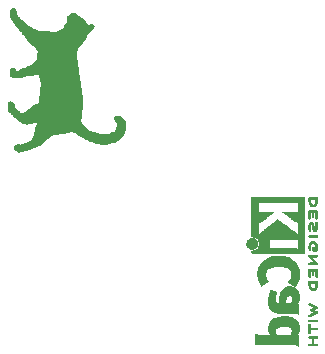
<source format=gbr>
G04 #@! TF.GenerationSoftware,KiCad,Pcbnew,5.99.0-unknown-df3fabf~86~ubuntu18.04.1*
G04 #@! TF.CreationDate,2019-10-25T19:03:16-04:00*
G04 #@! TF.ProjectId,bc28_module_board,62633238-5f6d-46f6-9475-6c655f626f61,rev?*
G04 #@! TF.SameCoordinates,Original*
G04 #@! TF.FileFunction,Legend,Bot*
G04 #@! TF.FilePolarity,Positive*
%FSLAX46Y46*%
G04 Gerber Fmt 4.6, Leading zero omitted, Abs format (unit mm)*
G04 Created by KiCad (PCBNEW 5.99.0-unknown-df3fabf~86~ubuntu18.04.1) date 2019-10-25 19:03:16*
%MOMM*%
%LPD*%
G04 APERTURE LIST*
%ADD10C,0.010000*%
G04 APERTURE END LIST*
G36*
X163943011Y-105323941D02*
G01*
X164090216Y-105323638D01*
X164254349Y-105323452D01*
X164436352Y-105323358D01*
X164637165Y-105323329D01*
X164857732Y-105323339D01*
X165098992Y-105323364D01*
X165361889Y-105323378D01*
X165404040Y-105323378D01*
X165664668Y-105323354D01*
X165903796Y-105323315D01*
X166122360Y-105323292D01*
X166321295Y-105323313D01*
X166501535Y-105323407D01*
X166664015Y-105323605D01*
X166809670Y-105323937D01*
X166939434Y-105324431D01*
X167054243Y-105325117D01*
X167155030Y-105326024D01*
X167242730Y-105327183D01*
X167318279Y-105328622D01*
X167382611Y-105330371D01*
X167436661Y-105332460D01*
X167481363Y-105334917D01*
X167517652Y-105337773D01*
X167546463Y-105341057D01*
X167568731Y-105344798D01*
X167585390Y-105349026D01*
X167597375Y-105353771D01*
X167605621Y-105359061D01*
X167611062Y-105364927D01*
X167614634Y-105371398D01*
X167617270Y-105378503D01*
X167619906Y-105386272D01*
X167623477Y-105394734D01*
X167625145Y-105399092D01*
X167627111Y-105407605D01*
X167628911Y-105420306D01*
X167630555Y-105438115D01*
X167632047Y-105461951D01*
X167633397Y-105492734D01*
X167634611Y-105531383D01*
X167635697Y-105578818D01*
X167636661Y-105635957D01*
X167637511Y-105703721D01*
X167638253Y-105783029D01*
X167638897Y-105874801D01*
X167639447Y-105979956D01*
X167639913Y-106099413D01*
X167640300Y-106234092D01*
X167640616Y-106384912D01*
X167640869Y-106552794D01*
X167641066Y-106738655D01*
X167641213Y-106943417D01*
X167641318Y-107167998D01*
X167641389Y-107413318D01*
X167641432Y-107680296D01*
X167641437Y-107718679D01*
X167641480Y-107984078D01*
X167641525Y-108227950D01*
X167641548Y-108451217D01*
X167641524Y-108654804D01*
X167641430Y-108839633D01*
X167641243Y-109006627D01*
X167640939Y-109156710D01*
X167640494Y-109290804D01*
X167639885Y-109409834D01*
X167639089Y-109514721D01*
X167638080Y-109606390D01*
X167636837Y-109685763D01*
X167635335Y-109753763D01*
X167633551Y-109811314D01*
X167631461Y-109859338D01*
X167629042Y-109898760D01*
X167626270Y-109930501D01*
X167623121Y-109955486D01*
X167619572Y-109974636D01*
X167615598Y-109988877D01*
X167611178Y-109999129D01*
X167606286Y-110006318D01*
X167600900Y-110011365D01*
X167594996Y-110015195D01*
X167588549Y-110018729D01*
X167581537Y-110022892D01*
X167579687Y-110023975D01*
X167574180Y-110026187D01*
X167565868Y-110028214D01*
X167553809Y-110030062D01*
X167537063Y-110031739D01*
X167514687Y-110033255D01*
X167485740Y-110034617D01*
X167449280Y-110035833D01*
X167404367Y-110036911D01*
X167350057Y-110037860D01*
X167285410Y-110038688D01*
X167209484Y-110039403D01*
X167121338Y-110040013D01*
X167020029Y-110040526D01*
X166904617Y-110040950D01*
X166774160Y-110041294D01*
X166627716Y-110041566D01*
X166464344Y-110041773D01*
X166283101Y-110041924D01*
X166083048Y-110042028D01*
X165863241Y-110042092D01*
X165622739Y-110042124D01*
X165360602Y-110042133D01*
X163169031Y-110042133D01*
X163130649Y-110003751D01*
X163106911Y-109976645D01*
X163095111Y-109949747D01*
X163092267Y-109913440D01*
X163092267Y-109861511D01*
X163180206Y-109861511D01*
X163230102Y-109859573D01*
X163340523Y-109840801D01*
X163441987Y-109803783D01*
X163533152Y-109750631D01*
X163612673Y-109683454D01*
X163679205Y-109604362D01*
X163731406Y-109515466D01*
X163767930Y-109418875D01*
X163787434Y-109316700D01*
X163788561Y-109212147D01*
X164604978Y-109212147D01*
X164604978Y-109657805D01*
X165781845Y-109660880D01*
X166958711Y-109663955D01*
X167017622Y-109690593D01*
X167042183Y-109702515D01*
X167072434Y-109719754D01*
X167089560Y-109732926D01*
X167097591Y-109740924D01*
X167112493Y-109748622D01*
X167113765Y-109744740D01*
X167115791Y-109721480D01*
X167117626Y-109679126D01*
X167119227Y-109619868D01*
X167120549Y-109545893D01*
X167121548Y-109459390D01*
X167122180Y-109362548D01*
X167122400Y-109257555D01*
X167122349Y-109188644D01*
X167122091Y-109090393D01*
X167121637Y-109000970D01*
X167121010Y-108922667D01*
X167120235Y-108857777D01*
X167119335Y-108808589D01*
X167118334Y-108777396D01*
X167117257Y-108766489D01*
X167114037Y-108767678D01*
X167096452Y-108777824D01*
X167070158Y-108794960D01*
X167057691Y-108803460D01*
X167043622Y-108812671D01*
X167029351Y-108820767D01*
X167013479Y-108827815D01*
X166994609Y-108833883D01*
X166971341Y-108839039D01*
X166942278Y-108843349D01*
X166906021Y-108846881D01*
X166861170Y-108849703D01*
X166806328Y-108851882D01*
X166740097Y-108853486D01*
X166661077Y-108854581D01*
X166567871Y-108855235D01*
X166459079Y-108855516D01*
X166333303Y-108855491D01*
X166189145Y-108855228D01*
X166025207Y-108854794D01*
X165840089Y-108854255D01*
X165661232Y-108853721D01*
X165502374Y-108853195D01*
X165363316Y-108852650D01*
X165242665Y-108852055D01*
X165139028Y-108851381D01*
X165051011Y-108850597D01*
X164977223Y-108849674D01*
X164916269Y-108848581D01*
X164866757Y-108847288D01*
X164827293Y-108845765D01*
X164796484Y-108843981D01*
X164772938Y-108841908D01*
X164755260Y-108839514D01*
X164742059Y-108836770D01*
X164731940Y-108833644D01*
X164723511Y-108830108D01*
X164715375Y-108826209D01*
X164678544Y-108806562D01*
X164648391Y-108787775D01*
X164646908Y-108786728D01*
X164624659Y-108772398D01*
X164611702Y-108766489D01*
X164611249Y-108767496D01*
X164609803Y-108784695D01*
X164608480Y-108821344D01*
X164607316Y-108875038D01*
X164606347Y-108943370D01*
X164605611Y-109023936D01*
X164605142Y-109114330D01*
X164604978Y-109212147D01*
X163788561Y-109212147D01*
X163788573Y-109211050D01*
X163770005Y-109104036D01*
X163730384Y-108997768D01*
X163672516Y-108900781D01*
X163597684Y-108815707D01*
X163509615Y-108746985D01*
X163410616Y-108696082D01*
X163302993Y-108664465D01*
X163189054Y-108653600D01*
X163092267Y-108653600D01*
X163092267Y-107033247D01*
X163092280Y-106822103D01*
X163092330Y-106617980D01*
X163092430Y-106434314D01*
X163092592Y-106270009D01*
X163092829Y-106123971D01*
X163093153Y-105995106D01*
X163093575Y-105882317D01*
X163094109Y-105784512D01*
X163094767Y-105700596D01*
X163095561Y-105629473D01*
X163095587Y-105627803D01*
X163701867Y-105627803D01*
X163701867Y-106687686D01*
X163764966Y-106649689D01*
X163790005Y-106635007D01*
X163817586Y-106620469D01*
X163845700Y-106608373D01*
X163876551Y-106598468D01*
X163912344Y-106590506D01*
X163955283Y-106584239D01*
X164007574Y-106579418D01*
X164071419Y-106575794D01*
X164149025Y-106573119D01*
X164242594Y-106571143D01*
X164354333Y-106569618D01*
X164486445Y-106568296D01*
X164606434Y-106567387D01*
X164723063Y-106566980D01*
X164818531Y-106567233D01*
X164892556Y-106568143D01*
X164944855Y-106569707D01*
X164975149Y-106571921D01*
X164983156Y-106574780D01*
X164979858Y-106577839D01*
X164958408Y-106595994D01*
X164921889Y-106625725D01*
X164872442Y-106665361D01*
X164812207Y-106713229D01*
X164743327Y-106767657D01*
X164667943Y-106826973D01*
X164588196Y-106889505D01*
X164506228Y-106953579D01*
X164424180Y-107017525D01*
X164344194Y-107079669D01*
X164268411Y-107138339D01*
X164198973Y-107191863D01*
X164138021Y-107238570D01*
X164087696Y-107276786D01*
X164050140Y-107304839D01*
X164027495Y-107321057D01*
X163955212Y-107366365D01*
X163875463Y-107406339D01*
X163807188Y-107427870D01*
X163749844Y-107431173D01*
X163701867Y-107425884D01*
X163702117Y-108557644D01*
X163732722Y-108518133D01*
X163740089Y-108508752D01*
X163794438Y-108445817D01*
X163862259Y-108377003D01*
X163945516Y-108300404D01*
X164046178Y-108214112D01*
X164066847Y-108196948D01*
X164116409Y-108156167D01*
X164177326Y-108106412D01*
X164247898Y-108049045D01*
X164326424Y-107985431D01*
X164411204Y-107916931D01*
X164500537Y-107844910D01*
X164592722Y-107770730D01*
X164611702Y-107755483D01*
X164686060Y-107695754D01*
X164778848Y-107621347D01*
X164869388Y-107548869D01*
X164955978Y-107479686D01*
X165036918Y-107415159D01*
X165110506Y-107356653D01*
X165175044Y-107305530D01*
X165228829Y-107263153D01*
X165270162Y-107230885D01*
X165297342Y-107210090D01*
X165308668Y-107202131D01*
X165312771Y-107203889D01*
X165333334Y-107216770D01*
X165369561Y-107241115D01*
X165419824Y-107275753D01*
X165482492Y-107319514D01*
X165555936Y-107371225D01*
X165638527Y-107429716D01*
X165728636Y-107493816D01*
X165824631Y-107562354D01*
X165924885Y-107634157D01*
X166027768Y-107708056D01*
X166131650Y-107782879D01*
X166234901Y-107857455D01*
X166335892Y-107930613D01*
X166432994Y-108001181D01*
X166524577Y-108067989D01*
X166609011Y-108129865D01*
X166684667Y-108185639D01*
X166749916Y-108234138D01*
X166803128Y-108274193D01*
X166842673Y-108304631D01*
X166868026Y-108325056D01*
X166922295Y-108371101D01*
X166978775Y-108421388D01*
X167028669Y-108468185D01*
X167122400Y-108559349D01*
X167122400Y-107404910D01*
X167046200Y-107405544D01*
X167004160Y-107404426D01*
X166968334Y-107398696D01*
X166930772Y-107386110D01*
X166882577Y-107364432D01*
X166875897Y-107361211D01*
X166826359Y-107335812D01*
X166778369Y-107309004D01*
X166741466Y-107286083D01*
X166734834Y-107281515D01*
X166703593Y-107259484D01*
X166658654Y-107227307D01*
X166602147Y-107186543D01*
X166536204Y-107138755D01*
X166462957Y-107085502D01*
X166384536Y-107028345D01*
X166303072Y-106968845D01*
X166220698Y-106908563D01*
X166139544Y-106849060D01*
X166061742Y-106791895D01*
X165989423Y-106738630D01*
X165924718Y-106690826D01*
X165869759Y-106650043D01*
X165826676Y-106617842D01*
X165797602Y-106595784D01*
X165784667Y-106585429D01*
X165780351Y-106580956D01*
X165778312Y-106576764D01*
X165780926Y-106573357D01*
X165789986Y-106570675D01*
X165807285Y-106568659D01*
X165834614Y-106567252D01*
X165873765Y-106566395D01*
X165926533Y-106566030D01*
X165994707Y-106566097D01*
X166080082Y-106566540D01*
X166184449Y-106567298D01*
X166309600Y-106568315D01*
X166354300Y-106568692D01*
X166475395Y-106569831D01*
X166576688Y-106571028D01*
X166660262Y-106572364D01*
X166728204Y-106573923D01*
X166782599Y-106575785D01*
X166825532Y-106578034D01*
X166859089Y-106580752D01*
X166885355Y-106584021D01*
X166906416Y-106587922D01*
X166924357Y-106592539D01*
X166950770Y-106600808D01*
X167012772Y-106624417D01*
X167065573Y-106650315D01*
X167102645Y-106675465D01*
X167104075Y-106676661D01*
X167108424Y-106678832D01*
X167112026Y-106676672D01*
X167114951Y-106668356D01*
X167117269Y-106652060D01*
X167119051Y-106625959D01*
X167120367Y-106588229D01*
X167121286Y-106537044D01*
X167121878Y-106470580D01*
X167122215Y-106387013D01*
X167122365Y-106284517D01*
X167122400Y-106161268D01*
X167122400Y-105629704D01*
X167064783Y-105668477D01*
X167055893Y-105674568D01*
X167041069Y-105685024D01*
X167027422Y-105694421D01*
X167013765Y-105702817D01*
X166998911Y-105710267D01*
X166981670Y-105716827D01*
X166960855Y-105722554D01*
X166935280Y-105727505D01*
X166903755Y-105731734D01*
X166865093Y-105735299D01*
X166818107Y-105738256D01*
X166761608Y-105740660D01*
X166694409Y-105742569D01*
X166615322Y-105744038D01*
X166523160Y-105745124D01*
X166416734Y-105745882D01*
X166294857Y-105746370D01*
X166156341Y-105746642D01*
X165999999Y-105746757D01*
X165824642Y-105746769D01*
X165629082Y-105746735D01*
X165412133Y-105746711D01*
X165289513Y-105746720D01*
X165084447Y-105746757D01*
X164900116Y-105746773D01*
X164735334Y-105746712D01*
X164588916Y-105746516D01*
X164459674Y-105746130D01*
X164346422Y-105745495D01*
X164247975Y-105744556D01*
X164163144Y-105743255D01*
X164090744Y-105741536D01*
X164029589Y-105739341D01*
X163978492Y-105736615D01*
X163936267Y-105733299D01*
X163901727Y-105729338D01*
X163873686Y-105724675D01*
X163850958Y-105719253D01*
X163832356Y-105713014D01*
X163816693Y-105705903D01*
X163802784Y-105697862D01*
X163789441Y-105688834D01*
X163775479Y-105678764D01*
X163759711Y-105667593D01*
X163701867Y-105627803D01*
X163095587Y-105627803D01*
X163096504Y-105570050D01*
X163097608Y-105521232D01*
X163098884Y-105481923D01*
X163100347Y-105451031D01*
X163102007Y-105427459D01*
X163103878Y-105410114D01*
X163105972Y-105397901D01*
X163108300Y-105389725D01*
X163110876Y-105384492D01*
X163114445Y-105378496D01*
X163117978Y-105371721D01*
X163121488Y-105365522D01*
X163125918Y-105359874D01*
X163132208Y-105354753D01*
X163141301Y-105350131D01*
X163154139Y-105345985D01*
X163171662Y-105342287D01*
X163194813Y-105339013D01*
X163224534Y-105336137D01*
X163261765Y-105333633D01*
X163307449Y-105331476D01*
X163362527Y-105329640D01*
X163427941Y-105328100D01*
X163504633Y-105326830D01*
X163593544Y-105325805D01*
X163695617Y-105324999D01*
X163701867Y-105324966D01*
X163811792Y-105324386D01*
X163943011Y-105323941D01*
G37*
D10*
X163943011Y-105323941D02*
X164090216Y-105323638D01*
X164254349Y-105323452D01*
X164436352Y-105323358D01*
X164637165Y-105323329D01*
X164857732Y-105323339D01*
X165098992Y-105323364D01*
X165361889Y-105323378D01*
X165404040Y-105323378D01*
X165664668Y-105323354D01*
X165903796Y-105323315D01*
X166122360Y-105323292D01*
X166321295Y-105323313D01*
X166501535Y-105323407D01*
X166664015Y-105323605D01*
X166809670Y-105323937D01*
X166939434Y-105324431D01*
X167054243Y-105325117D01*
X167155030Y-105326024D01*
X167242730Y-105327183D01*
X167318279Y-105328622D01*
X167382611Y-105330371D01*
X167436661Y-105332460D01*
X167481363Y-105334917D01*
X167517652Y-105337773D01*
X167546463Y-105341057D01*
X167568731Y-105344798D01*
X167585390Y-105349026D01*
X167597375Y-105353771D01*
X167605621Y-105359061D01*
X167611062Y-105364927D01*
X167614634Y-105371398D01*
X167617270Y-105378503D01*
X167619906Y-105386272D01*
X167623477Y-105394734D01*
X167625145Y-105399092D01*
X167627111Y-105407605D01*
X167628911Y-105420306D01*
X167630555Y-105438115D01*
X167632047Y-105461951D01*
X167633397Y-105492734D01*
X167634611Y-105531383D01*
X167635697Y-105578818D01*
X167636661Y-105635957D01*
X167637511Y-105703721D01*
X167638253Y-105783029D01*
X167638897Y-105874801D01*
X167639447Y-105979956D01*
X167639913Y-106099413D01*
X167640300Y-106234092D01*
X167640616Y-106384912D01*
X167640869Y-106552794D01*
X167641066Y-106738655D01*
X167641213Y-106943417D01*
X167641318Y-107167998D01*
X167641389Y-107413318D01*
X167641432Y-107680296D01*
X167641437Y-107718679D01*
X167641480Y-107984078D01*
X167641525Y-108227950D01*
X167641548Y-108451217D01*
X167641524Y-108654804D01*
X167641430Y-108839633D01*
X167641243Y-109006627D01*
X167640939Y-109156710D01*
X167640494Y-109290804D01*
X167639885Y-109409834D01*
X167639089Y-109514721D01*
X167638080Y-109606390D01*
X167636837Y-109685763D01*
X167635335Y-109753763D01*
X167633551Y-109811314D01*
X167631461Y-109859338D01*
X167629042Y-109898760D01*
X167626270Y-109930501D01*
X167623121Y-109955486D01*
X167619572Y-109974636D01*
X167615598Y-109988877D01*
X167611178Y-109999129D01*
X167606286Y-110006318D01*
X167600900Y-110011365D01*
X167594996Y-110015195D01*
X167588549Y-110018729D01*
X167581537Y-110022892D01*
X167579687Y-110023975D01*
X167574180Y-110026187D01*
X167565868Y-110028214D01*
X167553809Y-110030062D01*
X167537063Y-110031739D01*
X167514687Y-110033255D01*
X167485740Y-110034617D01*
X167449280Y-110035833D01*
X167404367Y-110036911D01*
X167350057Y-110037860D01*
X167285410Y-110038688D01*
X167209484Y-110039403D01*
X167121338Y-110040013D01*
X167020029Y-110040526D01*
X166904617Y-110040950D01*
X166774160Y-110041294D01*
X166627716Y-110041566D01*
X166464344Y-110041773D01*
X166283101Y-110041924D01*
X166083048Y-110042028D01*
X165863241Y-110042092D01*
X165622739Y-110042124D01*
X165360602Y-110042133D01*
X163169031Y-110042133D01*
X163130649Y-110003751D01*
X163106911Y-109976645D01*
X163095111Y-109949747D01*
X163092267Y-109913440D01*
X163092267Y-109861511D01*
X163180206Y-109861511D01*
X163230102Y-109859573D01*
X163340523Y-109840801D01*
X163441987Y-109803783D01*
X163533152Y-109750631D01*
X163612673Y-109683454D01*
X163679205Y-109604362D01*
X163731406Y-109515466D01*
X163767930Y-109418875D01*
X163787434Y-109316700D01*
X163788561Y-109212147D01*
X164604978Y-109212147D01*
X164604978Y-109657805D01*
X165781845Y-109660880D01*
X166958711Y-109663955D01*
X167017622Y-109690593D01*
X167042183Y-109702515D01*
X167072434Y-109719754D01*
X167089560Y-109732926D01*
X167097591Y-109740924D01*
X167112493Y-109748622D01*
X167113765Y-109744740D01*
X167115791Y-109721480D01*
X167117626Y-109679126D01*
X167119227Y-109619868D01*
X167120549Y-109545893D01*
X167121548Y-109459390D01*
X167122180Y-109362548D01*
X167122400Y-109257555D01*
X167122349Y-109188644D01*
X167122091Y-109090393D01*
X167121637Y-109000970D01*
X167121010Y-108922667D01*
X167120235Y-108857777D01*
X167119335Y-108808589D01*
X167118334Y-108777396D01*
X167117257Y-108766489D01*
X167114037Y-108767678D01*
X167096452Y-108777824D01*
X167070158Y-108794960D01*
X167057691Y-108803460D01*
X167043622Y-108812671D01*
X167029351Y-108820767D01*
X167013479Y-108827815D01*
X166994609Y-108833883D01*
X166971341Y-108839039D01*
X166942278Y-108843349D01*
X166906021Y-108846881D01*
X166861170Y-108849703D01*
X166806328Y-108851882D01*
X166740097Y-108853486D01*
X166661077Y-108854581D01*
X166567871Y-108855235D01*
X166459079Y-108855516D01*
X166333303Y-108855491D01*
X166189145Y-108855228D01*
X166025207Y-108854794D01*
X165840089Y-108854255D01*
X165661232Y-108853721D01*
X165502374Y-108853195D01*
X165363316Y-108852650D01*
X165242665Y-108852055D01*
X165139028Y-108851381D01*
X165051011Y-108850597D01*
X164977223Y-108849674D01*
X164916269Y-108848581D01*
X164866757Y-108847288D01*
X164827293Y-108845765D01*
X164796484Y-108843981D01*
X164772938Y-108841908D01*
X164755260Y-108839514D01*
X164742059Y-108836770D01*
X164731940Y-108833644D01*
X164723511Y-108830108D01*
X164715375Y-108826209D01*
X164678544Y-108806562D01*
X164648391Y-108787775D01*
X164646908Y-108786728D01*
X164624659Y-108772398D01*
X164611702Y-108766489D01*
X164611249Y-108767496D01*
X164609803Y-108784695D01*
X164608480Y-108821344D01*
X164607316Y-108875038D01*
X164606347Y-108943370D01*
X164605611Y-109023936D01*
X164605142Y-109114330D01*
X164604978Y-109212147D01*
X163788561Y-109212147D01*
X163788573Y-109211050D01*
X163770005Y-109104036D01*
X163730384Y-108997768D01*
X163672516Y-108900781D01*
X163597684Y-108815707D01*
X163509615Y-108746985D01*
X163410616Y-108696082D01*
X163302993Y-108664465D01*
X163189054Y-108653600D01*
X163092267Y-108653600D01*
X163092267Y-107033247D01*
X163092280Y-106822103D01*
X163092330Y-106617980D01*
X163092430Y-106434314D01*
X163092592Y-106270009D01*
X163092829Y-106123971D01*
X163093153Y-105995106D01*
X163093575Y-105882317D01*
X163094109Y-105784512D01*
X163094767Y-105700596D01*
X163095561Y-105629473D01*
X163095587Y-105627803D01*
X163701867Y-105627803D01*
X163701867Y-106687686D01*
X163764966Y-106649689D01*
X163790005Y-106635007D01*
X163817586Y-106620469D01*
X163845700Y-106608373D01*
X163876551Y-106598468D01*
X163912344Y-106590506D01*
X163955283Y-106584239D01*
X164007574Y-106579418D01*
X164071419Y-106575794D01*
X164149025Y-106573119D01*
X164242594Y-106571143D01*
X164354333Y-106569618D01*
X164486445Y-106568296D01*
X164606434Y-106567387D01*
X164723063Y-106566980D01*
X164818531Y-106567233D01*
X164892556Y-106568143D01*
X164944855Y-106569707D01*
X164975149Y-106571921D01*
X164983156Y-106574780D01*
X164979858Y-106577839D01*
X164958408Y-106595994D01*
X164921889Y-106625725D01*
X164872442Y-106665361D01*
X164812207Y-106713229D01*
X164743327Y-106767657D01*
X164667943Y-106826973D01*
X164588196Y-106889505D01*
X164506228Y-106953579D01*
X164424180Y-107017525D01*
X164344194Y-107079669D01*
X164268411Y-107138339D01*
X164198973Y-107191863D01*
X164138021Y-107238570D01*
X164087696Y-107276786D01*
X164050140Y-107304839D01*
X164027495Y-107321057D01*
X163955212Y-107366365D01*
X163875463Y-107406339D01*
X163807188Y-107427870D01*
X163749844Y-107431173D01*
X163701867Y-107425884D01*
X163702117Y-108557644D01*
X163732722Y-108518133D01*
X163740089Y-108508752D01*
X163794438Y-108445817D01*
X163862259Y-108377003D01*
X163945516Y-108300404D01*
X164046178Y-108214112D01*
X164066847Y-108196948D01*
X164116409Y-108156167D01*
X164177326Y-108106412D01*
X164247898Y-108049045D01*
X164326424Y-107985431D01*
X164411204Y-107916931D01*
X164500537Y-107844910D01*
X164592722Y-107770730D01*
X164611702Y-107755483D01*
X164686060Y-107695754D01*
X164778848Y-107621347D01*
X164869388Y-107548869D01*
X164955978Y-107479686D01*
X165036918Y-107415159D01*
X165110506Y-107356653D01*
X165175044Y-107305530D01*
X165228829Y-107263153D01*
X165270162Y-107230885D01*
X165297342Y-107210090D01*
X165308668Y-107202131D01*
X165312771Y-107203889D01*
X165333334Y-107216770D01*
X165369561Y-107241115D01*
X165419824Y-107275753D01*
X165482492Y-107319514D01*
X165555936Y-107371225D01*
X165638527Y-107429716D01*
X165728636Y-107493816D01*
X165824631Y-107562354D01*
X165924885Y-107634157D01*
X166027768Y-107708056D01*
X166131650Y-107782879D01*
X166234901Y-107857455D01*
X166335892Y-107930613D01*
X166432994Y-108001181D01*
X166524577Y-108067989D01*
X166609011Y-108129865D01*
X166684667Y-108185639D01*
X166749916Y-108234138D01*
X166803128Y-108274193D01*
X166842673Y-108304631D01*
X166868026Y-108325056D01*
X166922295Y-108371101D01*
X166978775Y-108421388D01*
X167028669Y-108468185D01*
X167122400Y-108559349D01*
X167122400Y-107404910D01*
X167046200Y-107405544D01*
X167004160Y-107404426D01*
X166968334Y-107398696D01*
X166930772Y-107386110D01*
X166882577Y-107364432D01*
X166875897Y-107361211D01*
X166826359Y-107335812D01*
X166778369Y-107309004D01*
X166741466Y-107286083D01*
X166734834Y-107281515D01*
X166703593Y-107259484D01*
X166658654Y-107227307D01*
X166602147Y-107186543D01*
X166536204Y-107138755D01*
X166462957Y-107085502D01*
X166384536Y-107028345D01*
X166303072Y-106968845D01*
X166220698Y-106908563D01*
X166139544Y-106849060D01*
X166061742Y-106791895D01*
X165989423Y-106738630D01*
X165924718Y-106690826D01*
X165869759Y-106650043D01*
X165826676Y-106617842D01*
X165797602Y-106595784D01*
X165784667Y-106585429D01*
X165780351Y-106580956D01*
X165778312Y-106576764D01*
X165780926Y-106573357D01*
X165789986Y-106570675D01*
X165807285Y-106568659D01*
X165834614Y-106567252D01*
X165873765Y-106566395D01*
X165926533Y-106566030D01*
X165994707Y-106566097D01*
X166080082Y-106566540D01*
X166184449Y-106567298D01*
X166309600Y-106568315D01*
X166354300Y-106568692D01*
X166475395Y-106569831D01*
X166576688Y-106571028D01*
X166660262Y-106572364D01*
X166728204Y-106573923D01*
X166782599Y-106575785D01*
X166825532Y-106578034D01*
X166859089Y-106580752D01*
X166885355Y-106584021D01*
X166906416Y-106587922D01*
X166924357Y-106592539D01*
X166950770Y-106600808D01*
X167012772Y-106624417D01*
X167065573Y-106650315D01*
X167102645Y-106675465D01*
X167104075Y-106676661D01*
X167108424Y-106678832D01*
X167112026Y-106676672D01*
X167114951Y-106668356D01*
X167117269Y-106652060D01*
X167119051Y-106625959D01*
X167120367Y-106588229D01*
X167121286Y-106537044D01*
X167121878Y-106470580D01*
X167122215Y-106387013D01*
X167122365Y-106284517D01*
X167122400Y-106161268D01*
X167122400Y-105629704D01*
X167064783Y-105668477D01*
X167055893Y-105674568D01*
X167041069Y-105685024D01*
X167027422Y-105694421D01*
X167013765Y-105702817D01*
X166998911Y-105710267D01*
X166981670Y-105716827D01*
X166960855Y-105722554D01*
X166935280Y-105727505D01*
X166903755Y-105731734D01*
X166865093Y-105735299D01*
X166818107Y-105738256D01*
X166761608Y-105740660D01*
X166694409Y-105742569D01*
X166615322Y-105744038D01*
X166523160Y-105745124D01*
X166416734Y-105745882D01*
X166294857Y-105746370D01*
X166156341Y-105746642D01*
X165999999Y-105746757D01*
X165824642Y-105746769D01*
X165629082Y-105746735D01*
X165412133Y-105746711D01*
X165289513Y-105746720D01*
X165084447Y-105746757D01*
X164900116Y-105746773D01*
X164735334Y-105746712D01*
X164588916Y-105746516D01*
X164459674Y-105746130D01*
X164346422Y-105745495D01*
X164247975Y-105744556D01*
X164163144Y-105743255D01*
X164090744Y-105741536D01*
X164029589Y-105739341D01*
X163978492Y-105736615D01*
X163936267Y-105733299D01*
X163901727Y-105729338D01*
X163873686Y-105724675D01*
X163850958Y-105719253D01*
X163832356Y-105713014D01*
X163816693Y-105705903D01*
X163802784Y-105697862D01*
X163789441Y-105688834D01*
X163775479Y-105678764D01*
X163759711Y-105667593D01*
X163701867Y-105627803D01*
X163095587Y-105627803D01*
X163096504Y-105570050D01*
X163097608Y-105521232D01*
X163098884Y-105481923D01*
X163100347Y-105451031D01*
X163102007Y-105427459D01*
X163103878Y-105410114D01*
X163105972Y-105397901D01*
X163108300Y-105389725D01*
X163110876Y-105384492D01*
X163114445Y-105378496D01*
X163117978Y-105371721D01*
X163121488Y-105365522D01*
X163125918Y-105359874D01*
X163132208Y-105354753D01*
X163141301Y-105350131D01*
X163154139Y-105345985D01*
X163171662Y-105342287D01*
X163194813Y-105339013D01*
X163224534Y-105336137D01*
X163261765Y-105333633D01*
X163307449Y-105331476D01*
X163362527Y-105329640D01*
X163427941Y-105328100D01*
X163504633Y-105326830D01*
X163593544Y-105325805D01*
X163695617Y-105324999D01*
X163701867Y-105324966D01*
X163811792Y-105324386D01*
X163943011Y-105323941D01*
G36*
X165521325Y-110282449D02*
G01*
X165722581Y-110299209D01*
X165917128Y-110332708D01*
X166100756Y-110382956D01*
X166218053Y-110426810D01*
X166380951Y-110504652D01*
X166534866Y-110598172D01*
X166676671Y-110705178D01*
X166803239Y-110823481D01*
X166911441Y-110950889D01*
X166964120Y-111028394D01*
X167033750Y-111155275D01*
X167092468Y-111292757D01*
X167137587Y-111434284D01*
X167166422Y-111573298D01*
X167168106Y-111587403D01*
X167171434Y-111630847D01*
X167174275Y-111688277D01*
X167176373Y-111753878D01*
X167177468Y-111821833D01*
X167175140Y-111948622D01*
X167162136Y-112096327D01*
X167137133Y-112234221D01*
X167099318Y-112367986D01*
X167090889Y-112391438D01*
X167071408Y-112439388D01*
X167046473Y-112495860D01*
X167017722Y-112557621D01*
X166986790Y-112621437D01*
X166955315Y-112684074D01*
X166924934Y-112742297D01*
X166897283Y-112792873D01*
X166873999Y-112832567D01*
X166856718Y-112858146D01*
X166847079Y-112866375D01*
X166843984Y-112864924D01*
X166824079Y-112853750D01*
X166788420Y-112832866D01*
X166739459Y-112803735D01*
X166679646Y-112767819D01*
X166611433Y-112726580D01*
X166537271Y-112681483D01*
X166240008Y-112500215D01*
X166284539Y-112453685D01*
X166362865Y-112362277D01*
X166437439Y-112248666D01*
X166491474Y-112130878D01*
X166524290Y-112010441D01*
X166535211Y-111888883D01*
X166533868Y-111847415D01*
X166515612Y-111729920D01*
X166476617Y-111619911D01*
X166417670Y-111518570D01*
X166339557Y-111427079D01*
X166243064Y-111346620D01*
X166128978Y-111278373D01*
X166094724Y-111262092D01*
X165971240Y-111216018D01*
X165832918Y-111180894D01*
X165683561Y-111156803D01*
X165526973Y-111143827D01*
X165366956Y-111142051D01*
X165207314Y-111151557D01*
X165051850Y-111172428D01*
X164904366Y-111204748D01*
X164768667Y-111248601D01*
X164682076Y-111286018D01*
X164568688Y-111350815D01*
X164475070Y-111426228D01*
X164400959Y-111512582D01*
X164346094Y-111610205D01*
X164310212Y-111719423D01*
X164293051Y-111840561D01*
X164291880Y-111909962D01*
X164306141Y-112032832D01*
X164341241Y-112148336D01*
X164396682Y-112255047D01*
X164471964Y-112351536D01*
X164486440Y-112367280D01*
X164512962Y-112397850D01*
X164530138Y-112420191D01*
X164534787Y-112430309D01*
X164532597Y-112432294D01*
X164513721Y-112446759D01*
X164480397Y-112470600D01*
X164435380Y-112501971D01*
X164381425Y-112539026D01*
X164321285Y-112579917D01*
X164257718Y-112622798D01*
X164193476Y-112665822D01*
X164131315Y-112707143D01*
X164073991Y-112744914D01*
X164024257Y-112777288D01*
X163984868Y-112802418D01*
X163958580Y-112818458D01*
X163948147Y-112823561D01*
X163943941Y-112818950D01*
X163938933Y-112799733D01*
X163936386Y-112790162D01*
X163925249Y-112762191D01*
X163906802Y-112720552D01*
X163882725Y-112669005D01*
X163854699Y-112611310D01*
X163849154Y-112600043D01*
X163769889Y-112422313D01*
X163710385Y-112252510D01*
X163670245Y-112088570D01*
X163649071Y-111928429D01*
X163646466Y-111770023D01*
X163662033Y-111611289D01*
X163679523Y-111515732D01*
X163724564Y-111351442D01*
X163787656Y-111197411D01*
X163869915Y-111051491D01*
X163972457Y-110911534D01*
X164096399Y-110775392D01*
X164141661Y-110731527D01*
X164273865Y-110619242D01*
X164411832Y-110526028D01*
X164559750Y-110449281D01*
X164721803Y-110386397D01*
X164733391Y-110382580D01*
X164919392Y-110332493D01*
X165115521Y-110299101D01*
X165317568Y-110282416D01*
X165521325Y-110282449D01*
G37*
X165521325Y-110282449D02*
X165722581Y-110299209D01*
X165917128Y-110332708D01*
X166100756Y-110382956D01*
X166218053Y-110426810D01*
X166380951Y-110504652D01*
X166534866Y-110598172D01*
X166676671Y-110705178D01*
X166803239Y-110823481D01*
X166911441Y-110950889D01*
X166964120Y-111028394D01*
X167033750Y-111155275D01*
X167092468Y-111292757D01*
X167137587Y-111434284D01*
X167166422Y-111573298D01*
X167168106Y-111587403D01*
X167171434Y-111630847D01*
X167174275Y-111688277D01*
X167176373Y-111753878D01*
X167177468Y-111821833D01*
X167175140Y-111948622D01*
X167162136Y-112096327D01*
X167137133Y-112234221D01*
X167099318Y-112367986D01*
X167090889Y-112391438D01*
X167071408Y-112439388D01*
X167046473Y-112495860D01*
X167017722Y-112557621D01*
X166986790Y-112621437D01*
X166955315Y-112684074D01*
X166924934Y-112742297D01*
X166897283Y-112792873D01*
X166873999Y-112832567D01*
X166856718Y-112858146D01*
X166847079Y-112866375D01*
X166843984Y-112864924D01*
X166824079Y-112853750D01*
X166788420Y-112832866D01*
X166739459Y-112803735D01*
X166679646Y-112767819D01*
X166611433Y-112726580D01*
X166537271Y-112681483D01*
X166240008Y-112500215D01*
X166284539Y-112453685D01*
X166362865Y-112362277D01*
X166437439Y-112248666D01*
X166491474Y-112130878D01*
X166524290Y-112010441D01*
X166535211Y-111888883D01*
X166533868Y-111847415D01*
X166515612Y-111729920D01*
X166476617Y-111619911D01*
X166417670Y-111518570D01*
X166339557Y-111427079D01*
X166243064Y-111346620D01*
X166128978Y-111278373D01*
X166094724Y-111262092D01*
X165971240Y-111216018D01*
X165832918Y-111180894D01*
X165683561Y-111156803D01*
X165526973Y-111143827D01*
X165366956Y-111142051D01*
X165207314Y-111151557D01*
X165051850Y-111172428D01*
X164904366Y-111204748D01*
X164768667Y-111248601D01*
X164682076Y-111286018D01*
X164568688Y-111350815D01*
X164475070Y-111426228D01*
X164400959Y-111512582D01*
X164346094Y-111610205D01*
X164310212Y-111719423D01*
X164293051Y-111840561D01*
X164291880Y-111909962D01*
X164306141Y-112032832D01*
X164341241Y-112148336D01*
X164396682Y-112255047D01*
X164471964Y-112351536D01*
X164486440Y-112367280D01*
X164512962Y-112397850D01*
X164530138Y-112420191D01*
X164534787Y-112430309D01*
X164532597Y-112432294D01*
X164513721Y-112446759D01*
X164480397Y-112470600D01*
X164435380Y-112501971D01*
X164381425Y-112539026D01*
X164321285Y-112579917D01*
X164257718Y-112622798D01*
X164193476Y-112665822D01*
X164131315Y-112707143D01*
X164073991Y-112744914D01*
X164024257Y-112777288D01*
X163984868Y-112802418D01*
X163958580Y-112818458D01*
X163948147Y-112823561D01*
X163943941Y-112818950D01*
X163938933Y-112799733D01*
X163936386Y-112790162D01*
X163925249Y-112762191D01*
X163906802Y-112720552D01*
X163882725Y-112669005D01*
X163854699Y-112611310D01*
X163849154Y-112600043D01*
X163769889Y-112422313D01*
X163710385Y-112252510D01*
X163670245Y-112088570D01*
X163649071Y-111928429D01*
X163646466Y-111770023D01*
X163662033Y-111611289D01*
X163679523Y-111515732D01*
X163724564Y-111351442D01*
X163787656Y-111197411D01*
X163869915Y-111051491D01*
X163972457Y-110911534D01*
X164096399Y-110775392D01*
X164141661Y-110731527D01*
X164273865Y-110619242D01*
X164411832Y-110526028D01*
X164559750Y-110449281D01*
X164721803Y-110386397D01*
X164733391Y-110382580D01*
X164919392Y-110332493D01*
X165115521Y-110299101D01*
X165317568Y-110282416D01*
X165521325Y-110282449D01*
G36*
X166377363Y-112872739D02*
G01*
X166452202Y-112876368D01*
X166514401Y-112883978D01*
X166570984Y-112896312D01*
X166697076Y-112940687D01*
X166811679Y-113003600D01*
X166912568Y-113083762D01*
X166998924Y-113180260D01*
X167069932Y-113292178D01*
X167124776Y-113418603D01*
X167162638Y-113558622D01*
X167168351Y-113594851D01*
X167174313Y-113673845D01*
X167174646Y-113762159D01*
X167169659Y-113851925D01*
X167159666Y-113935278D01*
X167144978Y-114004349D01*
X167114749Y-114090813D01*
X167060057Y-114200714D01*
X166992543Y-114298044D01*
X166941556Y-114360133D01*
X167037622Y-114363395D01*
X167133689Y-114366657D01*
X167133689Y-114789550D01*
X167133686Y-114800457D01*
X167133380Y-114894944D01*
X167132616Y-114981669D01*
X167131451Y-115058163D01*
X167129942Y-115121957D01*
X167128147Y-115170582D01*
X167126121Y-115201567D01*
X167123922Y-115212444D01*
X167123463Y-115212422D01*
X167107910Y-115205386D01*
X167085071Y-115189566D01*
X167079638Y-115185266D01*
X167065606Y-115174223D01*
X167052186Y-115164689D01*
X167037722Y-115156539D01*
X167020556Y-115149648D01*
X166999034Y-115143889D01*
X166971498Y-115139138D01*
X166936292Y-115135269D01*
X166891760Y-115132156D01*
X166836246Y-115129675D01*
X166768093Y-115127700D01*
X166685645Y-115126106D01*
X166587246Y-115124766D01*
X166471239Y-115123556D01*
X166335968Y-115122351D01*
X166179778Y-115121025D01*
X166037012Y-115119772D01*
X165891942Y-115118349D01*
X165766027Y-115116824D01*
X165657436Y-115115067D01*
X165564334Y-115112949D01*
X165484891Y-115110340D01*
X165417273Y-115107110D01*
X165359649Y-115103131D01*
X165310185Y-115098272D01*
X165267050Y-115092403D01*
X165228410Y-115085396D01*
X165192434Y-115077120D01*
X165157289Y-115067446D01*
X165121142Y-115056244D01*
X165082161Y-115043384D01*
X165039091Y-115027910D01*
X164946871Y-114985006D01*
X164867099Y-114931265D01*
X164792965Y-114862424D01*
X164729405Y-114784815D01*
X164667725Y-114680239D01*
X164620202Y-114560756D01*
X164586567Y-114425492D01*
X164566552Y-114273574D01*
X164559889Y-114104128D01*
X164560287Y-114046110D01*
X164562335Y-113980602D01*
X164566704Y-113919307D01*
X164574035Y-113857903D01*
X164584969Y-113792068D01*
X164600147Y-113717480D01*
X164620209Y-113629816D01*
X164645797Y-113524755D01*
X164652820Y-113496194D01*
X164670776Y-113420946D01*
X164686820Y-113350612D01*
X164700028Y-113289433D01*
X164709474Y-113241646D01*
X164714231Y-113211489D01*
X164717910Y-113183217D01*
X164723187Y-113156940D01*
X164727942Y-113146941D01*
X164736781Y-113150048D01*
X164764072Y-113160806D01*
X164806906Y-113178136D01*
X164862425Y-113200874D01*
X164927772Y-113227853D01*
X165000089Y-113257910D01*
X165015879Y-113264507D01*
X165106484Y-113303093D01*
X165176217Y-113334232D01*
X165225405Y-113358083D01*
X165254374Y-113374802D01*
X165263452Y-113384546D01*
X165261405Y-113392234D01*
X165251760Y-113418585D01*
X165236190Y-113457018D01*
X165216815Y-113502178D01*
X165178814Y-113596707D01*
X165137780Y-113733520D01*
X165112612Y-113874711D01*
X165108611Y-113912686D01*
X165106447Y-114015941D01*
X165119622Y-114103048D01*
X165148756Y-114174871D01*
X165194466Y-114232269D01*
X165257372Y-114276104D01*
X165338092Y-114307238D01*
X165437245Y-114326530D01*
X165496224Y-114333950D01*
X165489445Y-114172064D01*
X165489111Y-114146106D01*
X166011842Y-114146106D01*
X166011857Y-114154993D01*
X166012655Y-114210340D01*
X166014488Y-114257264D01*
X166017111Y-114291047D01*
X166020274Y-114306972D01*
X166026741Y-114311057D01*
X166048875Y-114315428D01*
X166087988Y-114318396D01*
X166145939Y-114320086D01*
X166224586Y-114320622D01*
X166420462Y-114320622D01*
X166476973Y-114275952D01*
X166492212Y-114263215D01*
X166534844Y-114216396D01*
X166570672Y-114155745D01*
X166575850Y-114145103D01*
X166592745Y-114106324D01*
X166602909Y-114071308D01*
X166608325Y-114031278D01*
X166610978Y-113977459D01*
X166611383Y-113959352D01*
X166608540Y-113883989D01*
X166596620Y-113823257D01*
X166574037Y-113771548D01*
X166539211Y-113723254D01*
X166534798Y-113718197D01*
X166479160Y-113669728D01*
X166415333Y-113641541D01*
X166340282Y-113632248D01*
X166268693Y-113639480D01*
X166205645Y-113664204D01*
X166147758Y-113708751D01*
X166100808Y-113763681D01*
X166060961Y-113836106D01*
X166033263Y-113922660D01*
X166017096Y-114025330D01*
X166011842Y-114146106D01*
X165489111Y-114146106D01*
X165487813Y-114045505D01*
X165494194Y-113894049D01*
X165508777Y-113745604D01*
X165530882Y-113609422D01*
X165545821Y-113544755D01*
X165588741Y-113412510D01*
X165645340Y-113290238D01*
X165714017Y-113180315D01*
X165793170Y-113085117D01*
X165881196Y-113007020D01*
X165976493Y-112948401D01*
X166028864Y-112924405D01*
X166099590Y-112898768D01*
X166170812Y-112882522D01*
X166249712Y-112874178D01*
X166340282Y-112872310D01*
X166343467Y-112872245D01*
X166377363Y-112872739D01*
G37*
X166377363Y-112872739D02*
X166452202Y-112876368D01*
X166514401Y-112883978D01*
X166570984Y-112896312D01*
X166697076Y-112940687D01*
X166811679Y-113003600D01*
X166912568Y-113083762D01*
X166998924Y-113180260D01*
X167069932Y-113292178D01*
X167124776Y-113418603D01*
X167162638Y-113558622D01*
X167168351Y-113594851D01*
X167174313Y-113673845D01*
X167174646Y-113762159D01*
X167169659Y-113851925D01*
X167159666Y-113935278D01*
X167144978Y-114004349D01*
X167114749Y-114090813D01*
X167060057Y-114200714D01*
X166992543Y-114298044D01*
X166941556Y-114360133D01*
X167037622Y-114363395D01*
X167133689Y-114366657D01*
X167133689Y-114789550D01*
X167133686Y-114800457D01*
X167133380Y-114894944D01*
X167132616Y-114981669D01*
X167131451Y-115058163D01*
X167129942Y-115121957D01*
X167128147Y-115170582D01*
X167126121Y-115201567D01*
X167123922Y-115212444D01*
X167123463Y-115212422D01*
X167107910Y-115205386D01*
X167085071Y-115189566D01*
X167079638Y-115185266D01*
X167065606Y-115174223D01*
X167052186Y-115164689D01*
X167037722Y-115156539D01*
X167020556Y-115149648D01*
X166999034Y-115143889D01*
X166971498Y-115139138D01*
X166936292Y-115135269D01*
X166891760Y-115132156D01*
X166836246Y-115129675D01*
X166768093Y-115127700D01*
X166685645Y-115126106D01*
X166587246Y-115124766D01*
X166471239Y-115123556D01*
X166335968Y-115122351D01*
X166179778Y-115121025D01*
X166037012Y-115119772D01*
X165891942Y-115118349D01*
X165766027Y-115116824D01*
X165657436Y-115115067D01*
X165564334Y-115112949D01*
X165484891Y-115110340D01*
X165417273Y-115107110D01*
X165359649Y-115103131D01*
X165310185Y-115098272D01*
X165267050Y-115092403D01*
X165228410Y-115085396D01*
X165192434Y-115077120D01*
X165157289Y-115067446D01*
X165121142Y-115056244D01*
X165082161Y-115043384D01*
X165039091Y-115027910D01*
X164946871Y-114985006D01*
X164867099Y-114931265D01*
X164792965Y-114862424D01*
X164729405Y-114784815D01*
X164667725Y-114680239D01*
X164620202Y-114560756D01*
X164586567Y-114425492D01*
X164566552Y-114273574D01*
X164559889Y-114104128D01*
X164560287Y-114046110D01*
X164562335Y-113980602D01*
X164566704Y-113919307D01*
X164574035Y-113857903D01*
X164584969Y-113792068D01*
X164600147Y-113717480D01*
X164620209Y-113629816D01*
X164645797Y-113524755D01*
X164652820Y-113496194D01*
X164670776Y-113420946D01*
X164686820Y-113350612D01*
X164700028Y-113289433D01*
X164709474Y-113241646D01*
X164714231Y-113211489D01*
X164717910Y-113183217D01*
X164723187Y-113156940D01*
X164727942Y-113146941D01*
X164736781Y-113150048D01*
X164764072Y-113160806D01*
X164806906Y-113178136D01*
X164862425Y-113200874D01*
X164927772Y-113227853D01*
X165000089Y-113257910D01*
X165015879Y-113264507D01*
X165106484Y-113303093D01*
X165176217Y-113334232D01*
X165225405Y-113358083D01*
X165254374Y-113374802D01*
X165263452Y-113384546D01*
X165261405Y-113392234D01*
X165251760Y-113418585D01*
X165236190Y-113457018D01*
X165216815Y-113502178D01*
X165178814Y-113596707D01*
X165137780Y-113733520D01*
X165112612Y-113874711D01*
X165108611Y-113912686D01*
X165106447Y-114015941D01*
X165119622Y-114103048D01*
X165148756Y-114174871D01*
X165194466Y-114232269D01*
X165257372Y-114276104D01*
X165338092Y-114307238D01*
X165437245Y-114326530D01*
X165496224Y-114333950D01*
X165489445Y-114172064D01*
X165489111Y-114146106D01*
X166011842Y-114146106D01*
X166011857Y-114154993D01*
X166012655Y-114210340D01*
X166014488Y-114257264D01*
X166017111Y-114291047D01*
X166020274Y-114306972D01*
X166026741Y-114311057D01*
X166048875Y-114315428D01*
X166087988Y-114318396D01*
X166145939Y-114320086D01*
X166224586Y-114320622D01*
X166420462Y-114320622D01*
X166476973Y-114275952D01*
X166492212Y-114263215D01*
X166534844Y-114216396D01*
X166570672Y-114155745D01*
X166575850Y-114145103D01*
X166592745Y-114106324D01*
X166602909Y-114071308D01*
X166608325Y-114031278D01*
X166610978Y-113977459D01*
X166611383Y-113959352D01*
X166608540Y-113883989D01*
X166596620Y-113823257D01*
X166574037Y-113771548D01*
X166539211Y-113723254D01*
X166534798Y-113718197D01*
X166479160Y-113669728D01*
X166415333Y-113641541D01*
X166340282Y-113632248D01*
X166268693Y-113639480D01*
X166205645Y-113664204D01*
X166147758Y-113708751D01*
X166100808Y-113763681D01*
X166060961Y-113836106D01*
X166033263Y-113922660D01*
X166017096Y-114025330D01*
X166011842Y-114146106D01*
X165489111Y-114146106D01*
X165487813Y-114045505D01*
X165494194Y-113894049D01*
X165508777Y-113745604D01*
X165530882Y-113609422D01*
X165545821Y-113544755D01*
X165588741Y-113412510D01*
X165645340Y-113290238D01*
X165714017Y-113180315D01*
X165793170Y-113085117D01*
X165881196Y-113007020D01*
X165976493Y-112948401D01*
X166028864Y-112924405D01*
X166099590Y-112898768D01*
X166170812Y-112882522D01*
X166249712Y-112874178D01*
X166340282Y-112872310D01*
X166343467Y-112872245D01*
X166377363Y-112872739D01*
G36*
X166020158Y-115414732D02*
G01*
X166171594Y-115423311D01*
X166308283Y-115442167D01*
X166434276Y-115472163D01*
X166553625Y-115514164D01*
X166670381Y-115569031D01*
X166781179Y-115635833D01*
X166894739Y-115726637D01*
X166990211Y-115830292D01*
X167067073Y-115946113D01*
X167124797Y-116073414D01*
X167162858Y-116211511D01*
X167168666Y-116249207D01*
X167174396Y-116328248D01*
X167174583Y-116416371D01*
X167169539Y-116505764D01*
X167159578Y-116588616D01*
X167145012Y-116657113D01*
X167135364Y-116687965D01*
X167105123Y-116765270D01*
X167067617Y-116842321D01*
X167026614Y-116911800D01*
X166985879Y-116966385D01*
X166966505Y-116989084D01*
X166948662Y-117011799D01*
X166941778Y-117023221D01*
X166943424Y-117024463D01*
X166961205Y-117027272D01*
X166994370Y-117029224D01*
X167037733Y-117029955D01*
X167133689Y-117029955D01*
X167133689Y-117888104D01*
X167072974Y-117853839D01*
X167063868Y-117848645D01*
X167049249Y-117840285D01*
X167035173Y-117832712D01*
X167020540Y-117825888D01*
X167004249Y-117819773D01*
X166985198Y-117814327D01*
X166962286Y-117809513D01*
X166934413Y-117805292D01*
X166900478Y-117801623D01*
X166859379Y-117798469D01*
X166810015Y-117795789D01*
X166751286Y-117793546D01*
X166682090Y-117791701D01*
X166601326Y-117790213D01*
X166507894Y-117789045D01*
X166400692Y-117788156D01*
X166278620Y-117787509D01*
X166140576Y-117787064D01*
X165985459Y-117786782D01*
X165812168Y-117786625D01*
X165619603Y-117786552D01*
X165406662Y-117786526D01*
X165172245Y-117786507D01*
X163487378Y-117786311D01*
X163487378Y-116880983D01*
X163524067Y-116905415D01*
X163533647Y-116911682D01*
X163579981Y-116937792D01*
X163627102Y-116955531D01*
X163682251Y-116967092D01*
X163752667Y-116974669D01*
X163759650Y-116975161D01*
X163797641Y-116976938D01*
X163851576Y-116978556D01*
X163918703Y-116980001D01*
X163996271Y-116981260D01*
X164081528Y-116982320D01*
X164171724Y-116983171D01*
X164264107Y-116983797D01*
X164355925Y-116984188D01*
X164444427Y-116984330D01*
X164526862Y-116984210D01*
X164600479Y-116983817D01*
X164662526Y-116983138D01*
X164710251Y-116982159D01*
X164740904Y-116980868D01*
X164751733Y-116979253D01*
X164747333Y-116971043D01*
X164732362Y-116949353D01*
X164710448Y-116919986D01*
X164676236Y-116871121D01*
X164629714Y-116782875D01*
X164596046Y-116684084D01*
X164593232Y-116669557D01*
X165147465Y-116669557D01*
X165159389Y-116754681D01*
X165186040Y-116838867D01*
X165226962Y-116917392D01*
X165270530Y-116984800D01*
X166420721Y-116984800D01*
X166467089Y-116914244D01*
X166490791Y-116873583D01*
X166516639Y-116819454D01*
X166534829Y-116770311D01*
X166550551Y-116706835D01*
X166561541Y-116610669D01*
X166553365Y-116526100D01*
X166525805Y-116452781D01*
X166478642Y-116390363D01*
X166411658Y-116338498D01*
X166324633Y-116296840D01*
X166217350Y-116265038D01*
X166205009Y-116262455D01*
X166143772Y-116254000D01*
X166066692Y-116248337D01*
X165979002Y-116245424D01*
X165885934Y-116245217D01*
X165792720Y-116247670D01*
X165704594Y-116252739D01*
X165626788Y-116260381D01*
X165564533Y-116270552D01*
X165558666Y-116271833D01*
X165448121Y-116300874D01*
X165357575Y-116335390D01*
X165284953Y-116376544D01*
X165228181Y-116425501D01*
X165185184Y-116483426D01*
X165169615Y-116515380D01*
X165150722Y-116588216D01*
X165147465Y-116669557D01*
X164593232Y-116669557D01*
X164574231Y-116571490D01*
X164563265Y-116441836D01*
X164562219Y-116349330D01*
X164572014Y-116227989D01*
X164596174Y-116117901D01*
X164635785Y-116014611D01*
X164691932Y-115913662D01*
X164722883Y-115868497D01*
X164814115Y-115763089D01*
X164923106Y-115671462D01*
X165049726Y-115593668D01*
X165193845Y-115529759D01*
X165355332Y-115479786D01*
X165534059Y-115443802D01*
X165729895Y-115421857D01*
X165885934Y-115416100D01*
X165942711Y-115414006D01*
X166020158Y-115414732D01*
G37*
X166020158Y-115414732D02*
X166171594Y-115423311D01*
X166308283Y-115442167D01*
X166434276Y-115472163D01*
X166553625Y-115514164D01*
X166670381Y-115569031D01*
X166781179Y-115635833D01*
X166894739Y-115726637D01*
X166990211Y-115830292D01*
X167067073Y-115946113D01*
X167124797Y-116073414D01*
X167162858Y-116211511D01*
X167168666Y-116249207D01*
X167174396Y-116328248D01*
X167174583Y-116416371D01*
X167169539Y-116505764D01*
X167159578Y-116588616D01*
X167145012Y-116657113D01*
X167135364Y-116687965D01*
X167105123Y-116765270D01*
X167067617Y-116842321D01*
X167026614Y-116911800D01*
X166985879Y-116966385D01*
X166966505Y-116989084D01*
X166948662Y-117011799D01*
X166941778Y-117023221D01*
X166943424Y-117024463D01*
X166961205Y-117027272D01*
X166994370Y-117029224D01*
X167037733Y-117029955D01*
X167133689Y-117029955D01*
X167133689Y-117888104D01*
X167072974Y-117853839D01*
X167063868Y-117848645D01*
X167049249Y-117840285D01*
X167035173Y-117832712D01*
X167020540Y-117825888D01*
X167004249Y-117819773D01*
X166985198Y-117814327D01*
X166962286Y-117809513D01*
X166934413Y-117805292D01*
X166900478Y-117801623D01*
X166859379Y-117798469D01*
X166810015Y-117795789D01*
X166751286Y-117793546D01*
X166682090Y-117791701D01*
X166601326Y-117790213D01*
X166507894Y-117789045D01*
X166400692Y-117788156D01*
X166278620Y-117787509D01*
X166140576Y-117787064D01*
X165985459Y-117786782D01*
X165812168Y-117786625D01*
X165619603Y-117786552D01*
X165406662Y-117786526D01*
X165172245Y-117786507D01*
X163487378Y-117786311D01*
X163487378Y-116880983D01*
X163524067Y-116905415D01*
X163533647Y-116911682D01*
X163579981Y-116937792D01*
X163627102Y-116955531D01*
X163682251Y-116967092D01*
X163752667Y-116974669D01*
X163759650Y-116975161D01*
X163797641Y-116976938D01*
X163851576Y-116978556D01*
X163918703Y-116980001D01*
X163996271Y-116981260D01*
X164081528Y-116982320D01*
X164171724Y-116983171D01*
X164264107Y-116983797D01*
X164355925Y-116984188D01*
X164444427Y-116984330D01*
X164526862Y-116984210D01*
X164600479Y-116983817D01*
X164662526Y-116983138D01*
X164710251Y-116982159D01*
X164740904Y-116980868D01*
X164751733Y-116979253D01*
X164747333Y-116971043D01*
X164732362Y-116949353D01*
X164710448Y-116919986D01*
X164676236Y-116871121D01*
X164629714Y-116782875D01*
X164596046Y-116684084D01*
X164593232Y-116669557D01*
X165147465Y-116669557D01*
X165159389Y-116754681D01*
X165186040Y-116838867D01*
X165226962Y-116917392D01*
X165270530Y-116984800D01*
X166420721Y-116984800D01*
X166467089Y-116914244D01*
X166490791Y-116873583D01*
X166516639Y-116819454D01*
X166534829Y-116770311D01*
X166550551Y-116706835D01*
X166561541Y-116610669D01*
X166553365Y-116526100D01*
X166525805Y-116452781D01*
X166478642Y-116390363D01*
X166411658Y-116338498D01*
X166324633Y-116296840D01*
X166217350Y-116265038D01*
X166205009Y-116262455D01*
X166143772Y-116254000D01*
X166066692Y-116248337D01*
X165979002Y-116245424D01*
X165885934Y-116245217D01*
X165792720Y-116247670D01*
X165704594Y-116252739D01*
X165626788Y-116260381D01*
X165564533Y-116270552D01*
X165558666Y-116271833D01*
X165448121Y-116300874D01*
X165357575Y-116335390D01*
X165284953Y-116376544D01*
X165228181Y-116425501D01*
X165185184Y-116483426D01*
X165169615Y-116515380D01*
X165150722Y-116588216D01*
X165147465Y-116669557D01*
X164593232Y-116669557D01*
X164574231Y-116571490D01*
X164563265Y-116441836D01*
X164562219Y-116349330D01*
X164572014Y-116227989D01*
X164596174Y-116117901D01*
X164635785Y-116014611D01*
X164691932Y-115913662D01*
X164722883Y-115868497D01*
X164814115Y-115763089D01*
X164923106Y-115671462D01*
X165049726Y-115593668D01*
X165193845Y-115529759D01*
X165355332Y-115479786D01*
X165534059Y-115443802D01*
X165729895Y-115421857D01*
X165885934Y-115416100D01*
X165942711Y-115414006D01*
X166020158Y-115414732D01*
G36*
X163234307Y-108795331D02*
G01*
X163275450Y-108797540D01*
X163307582Y-108803106D01*
X163338122Y-108813414D01*
X163374489Y-108829852D01*
X163401728Y-108843800D01*
X163487429Y-108902335D01*
X163556617Y-108974381D01*
X163607741Y-109058053D01*
X163639250Y-109151469D01*
X163646225Y-109184566D01*
X163653094Y-109225040D01*
X163654919Y-109258001D01*
X163651947Y-109292302D01*
X163644426Y-109336800D01*
X163632002Y-109388066D01*
X163594112Y-109478566D01*
X163539836Y-109557655D01*
X163471770Y-109623472D01*
X163392511Y-109674160D01*
X163304654Y-109707860D01*
X163210795Y-109722714D01*
X163113530Y-109716864D01*
X163017220Y-109690601D01*
X162928494Y-109645582D01*
X162853419Y-109584627D01*
X162793641Y-109509816D01*
X162750809Y-109423232D01*
X162726571Y-109326957D01*
X162722576Y-109223072D01*
X162732850Y-109145438D01*
X162760053Y-109062687D01*
X162805484Y-108987594D01*
X162871302Y-108915702D01*
X162915567Y-108877154D01*
X162973961Y-108837744D01*
X163034586Y-108812554D01*
X163103865Y-108799139D01*
X163188222Y-108795052D01*
X163234307Y-108795331D01*
G37*
X163234307Y-108795331D02*
X163275450Y-108797540D01*
X163307582Y-108803106D01*
X163338122Y-108813414D01*
X163374489Y-108829852D01*
X163401728Y-108843800D01*
X163487429Y-108902335D01*
X163556617Y-108974381D01*
X163607741Y-109058053D01*
X163639250Y-109151469D01*
X163646225Y-109184566D01*
X163653094Y-109225040D01*
X163654919Y-109258001D01*
X163651947Y-109292302D01*
X163644426Y-109336800D01*
X163632002Y-109388066D01*
X163594112Y-109478566D01*
X163539836Y-109557655D01*
X163471770Y-109623472D01*
X163392511Y-109674160D01*
X163304654Y-109707860D01*
X163210795Y-109722714D01*
X163113530Y-109716864D01*
X163017220Y-109690601D01*
X162928494Y-109645582D01*
X162853419Y-109584627D01*
X162793641Y-109509816D01*
X162750809Y-109423232D01*
X162726571Y-109326957D01*
X162722576Y-109223072D01*
X162732850Y-109145438D01*
X162760053Y-109062687D01*
X162805484Y-108987594D01*
X162871302Y-108915702D01*
X162915567Y-108877154D01*
X162973961Y-108837744D01*
X163034586Y-108812554D01*
X163103865Y-108799139D01*
X163188222Y-108795052D01*
X163234307Y-108795331D01*
G36*
X168235041Y-105323130D02*
G01*
X168335956Y-105323378D01*
X168411617Y-105323417D01*
X168489526Y-105323672D01*
X168549536Y-105324316D01*
X168594264Y-105325520D01*
X168626326Y-105327457D01*
X168648340Y-105330297D01*
X168662924Y-105334212D01*
X168672694Y-105339374D01*
X168680267Y-105345955D01*
X168686501Y-105352923D01*
X168693801Y-105365921D01*
X168698554Y-105385069D01*
X168701292Y-105414472D01*
X168702545Y-105458238D01*
X168702845Y-105520472D01*
X168702469Y-105569418D01*
X168698041Y-105676278D01*
X168687953Y-105765506D01*
X168671365Y-105840304D01*
X168647435Y-105903875D01*
X168615321Y-105959421D01*
X168574182Y-106010146D01*
X168568330Y-106016134D01*
X168519821Y-106053001D01*
X168459013Y-106084101D01*
X168394769Y-106105583D01*
X168335956Y-106113600D01*
X168314739Y-106112321D01*
X168257323Y-106100009D01*
X168197413Y-106077480D01*
X168143363Y-106048250D01*
X168103532Y-106015833D01*
X168086510Y-105996292D01*
X168047322Y-105941580D01*
X168017193Y-105881277D01*
X167995232Y-105812081D01*
X167980550Y-105730689D01*
X167972259Y-105633800D01*
X167970149Y-105546333D01*
X168115808Y-105546333D01*
X168115817Y-105549361D01*
X168117782Y-105600481D01*
X168122507Y-105660584D01*
X168129035Y-105717292D01*
X168138331Y-105767250D01*
X168164600Y-105842002D01*
X168203899Y-105899511D01*
X168256933Y-105941012D01*
X168308200Y-105962229D01*
X168356026Y-105963647D01*
X168406961Y-105945365D01*
X168452878Y-105915695D01*
X168495287Y-105868998D01*
X168525090Y-105807608D01*
X168544226Y-105728462D01*
X168544464Y-105726972D01*
X168550256Y-105678001D01*
X168554396Y-105619307D01*
X168556004Y-105563266D01*
X168556089Y-105470133D01*
X168115822Y-105470133D01*
X168115808Y-105546333D01*
X167970149Y-105546333D01*
X167969467Y-105518111D01*
X167969066Y-105478629D01*
X167968653Y-105432918D01*
X167970457Y-105397117D01*
X167976739Y-105370026D01*
X167989759Y-105350444D01*
X168011778Y-105337170D01*
X168045055Y-105329002D01*
X168091851Y-105324740D01*
X168115822Y-105324143D01*
X168154427Y-105323183D01*
X168235041Y-105323130D01*
G37*
X168235041Y-105323130D02*
X168335956Y-105323378D01*
X168411617Y-105323417D01*
X168489526Y-105323672D01*
X168549536Y-105324316D01*
X168594264Y-105325520D01*
X168626326Y-105327457D01*
X168648340Y-105330297D01*
X168662924Y-105334212D01*
X168672694Y-105339374D01*
X168680267Y-105345955D01*
X168686501Y-105352923D01*
X168693801Y-105365921D01*
X168698554Y-105385069D01*
X168701292Y-105414472D01*
X168702545Y-105458238D01*
X168702845Y-105520472D01*
X168702469Y-105569418D01*
X168698041Y-105676278D01*
X168687953Y-105765506D01*
X168671365Y-105840304D01*
X168647435Y-105903875D01*
X168615321Y-105959421D01*
X168574182Y-106010146D01*
X168568330Y-106016134D01*
X168519821Y-106053001D01*
X168459013Y-106084101D01*
X168394769Y-106105583D01*
X168335956Y-106113600D01*
X168314739Y-106112321D01*
X168257323Y-106100009D01*
X168197413Y-106077480D01*
X168143363Y-106048250D01*
X168103532Y-106015833D01*
X168086510Y-105996292D01*
X168047322Y-105941580D01*
X168017193Y-105881277D01*
X167995232Y-105812081D01*
X167980550Y-105730689D01*
X167972259Y-105633800D01*
X167970149Y-105546333D01*
X168115808Y-105546333D01*
X168115817Y-105549361D01*
X168117782Y-105600481D01*
X168122507Y-105660584D01*
X168129035Y-105717292D01*
X168138331Y-105767250D01*
X168164600Y-105842002D01*
X168203899Y-105899511D01*
X168256933Y-105941012D01*
X168308200Y-105962229D01*
X168356026Y-105963647D01*
X168406961Y-105945365D01*
X168452878Y-105915695D01*
X168495287Y-105868998D01*
X168525090Y-105807608D01*
X168544226Y-105728462D01*
X168544464Y-105726972D01*
X168550256Y-105678001D01*
X168554396Y-105619307D01*
X168556004Y-105563266D01*
X168556089Y-105470133D01*
X168115822Y-105470133D01*
X168115808Y-105546333D01*
X167970149Y-105546333D01*
X167969467Y-105518111D01*
X167969066Y-105478629D01*
X167968653Y-105432918D01*
X167970457Y-105397117D01*
X167976739Y-105370026D01*
X167989759Y-105350444D01*
X168011778Y-105337170D01*
X168045055Y-105329002D01*
X168091851Y-105324740D01*
X168115822Y-105324143D01*
X168154427Y-105323183D01*
X168235041Y-105323130D01*
G36*
X168410713Y-106452303D02*
G01*
X168488889Y-106452552D01*
X168549103Y-106453188D01*
X168593982Y-106454385D01*
X168626152Y-106456316D01*
X168648239Y-106459154D01*
X168662870Y-106463073D01*
X168672670Y-106468245D01*
X168680267Y-106474844D01*
X168683444Y-106478178D01*
X168689554Y-106486700D01*
X168694229Y-106498702D01*
X168697659Y-106516913D01*
X168700036Y-106544060D01*
X168701552Y-106582871D01*
X168702398Y-106636076D01*
X168702765Y-106706402D01*
X168702845Y-106796578D01*
X168702833Y-106838686D01*
X168702651Y-106919833D01*
X168702098Y-106982325D01*
X168700982Y-107028891D01*
X168699113Y-107062259D01*
X168696298Y-107085156D01*
X168692346Y-107100312D01*
X168687066Y-107110454D01*
X168680267Y-107118311D01*
X168658667Y-107133037D01*
X168629467Y-107140889D01*
X168605560Y-107135390D01*
X168578667Y-107118311D01*
X168574059Y-107113332D01*
X168567772Y-107103557D01*
X168563146Y-107089441D01*
X168559930Y-107067946D01*
X168557870Y-107036032D01*
X168556712Y-106990658D01*
X168556202Y-106928787D01*
X168556089Y-106847378D01*
X168556089Y-106599022D01*
X168398045Y-106599022D01*
X168398045Y-106760199D01*
X168397899Y-106796017D01*
X168396176Y-106861641D01*
X168391741Y-106908882D01*
X168383637Y-106940617D01*
X168370906Y-106959723D01*
X168352592Y-106969077D01*
X168327738Y-106971555D01*
X168307482Y-106970758D01*
X168285656Y-106965506D01*
X168270304Y-106952712D01*
X168260309Y-106929372D01*
X168254553Y-106892483D01*
X168251919Y-106839041D01*
X168251289Y-106766042D01*
X168251289Y-106597895D01*
X168186378Y-106601281D01*
X168121467Y-106604666D01*
X168118418Y-106852383D01*
X168117539Y-106914974D01*
X168116095Y-106983435D01*
X168114164Y-107034339D01*
X168111514Y-107070592D01*
X168107910Y-107095099D01*
X168103121Y-107110765D01*
X168096913Y-107120494D01*
X168090510Y-107126509D01*
X168058828Y-107139518D01*
X168023142Y-107135957D01*
X167992084Y-107116182D01*
X167989161Y-107112931D01*
X167982810Y-107103951D01*
X167977957Y-107091847D01*
X167974403Y-107073841D01*
X167971946Y-107047153D01*
X167970385Y-107009003D01*
X167969518Y-106956614D01*
X167969146Y-106887206D01*
X167969067Y-106797999D01*
X167969083Y-106743266D01*
X167969275Y-106666169D01*
X167969860Y-106607223D01*
X167971051Y-106563636D01*
X167973064Y-106532617D01*
X167976112Y-106511375D01*
X167980409Y-106497118D01*
X167986172Y-106487055D01*
X167993612Y-106478394D01*
X167995293Y-106476609D01*
X168002832Y-106469365D01*
X168011850Y-106463723D01*
X168024984Y-106459483D01*
X168044872Y-106456444D01*
X168074151Y-106454406D01*
X168115458Y-106453170D01*
X168171431Y-106452535D01*
X168244707Y-106452300D01*
X168337923Y-106452266D01*
X168410713Y-106452303D01*
G37*
X168410713Y-106452303D02*
X168488889Y-106452552D01*
X168549103Y-106453188D01*
X168593982Y-106454385D01*
X168626152Y-106456316D01*
X168648239Y-106459154D01*
X168662870Y-106463073D01*
X168672670Y-106468245D01*
X168680267Y-106474844D01*
X168683444Y-106478178D01*
X168689554Y-106486700D01*
X168694229Y-106498702D01*
X168697659Y-106516913D01*
X168700036Y-106544060D01*
X168701552Y-106582871D01*
X168702398Y-106636076D01*
X168702765Y-106706402D01*
X168702845Y-106796578D01*
X168702833Y-106838686D01*
X168702651Y-106919833D01*
X168702098Y-106982325D01*
X168700982Y-107028891D01*
X168699113Y-107062259D01*
X168696298Y-107085156D01*
X168692346Y-107100312D01*
X168687066Y-107110454D01*
X168680267Y-107118311D01*
X168658667Y-107133037D01*
X168629467Y-107140889D01*
X168605560Y-107135390D01*
X168578667Y-107118311D01*
X168574059Y-107113332D01*
X168567772Y-107103557D01*
X168563146Y-107089441D01*
X168559930Y-107067946D01*
X168557870Y-107036032D01*
X168556712Y-106990658D01*
X168556202Y-106928787D01*
X168556089Y-106847378D01*
X168556089Y-106599022D01*
X168398045Y-106599022D01*
X168398045Y-106760199D01*
X168397899Y-106796017D01*
X168396176Y-106861641D01*
X168391741Y-106908882D01*
X168383637Y-106940617D01*
X168370906Y-106959723D01*
X168352592Y-106969077D01*
X168327738Y-106971555D01*
X168307482Y-106970758D01*
X168285656Y-106965506D01*
X168270304Y-106952712D01*
X168260309Y-106929372D01*
X168254553Y-106892483D01*
X168251919Y-106839041D01*
X168251289Y-106766042D01*
X168251289Y-106597895D01*
X168186378Y-106601281D01*
X168121467Y-106604666D01*
X168118418Y-106852383D01*
X168117539Y-106914974D01*
X168116095Y-106983435D01*
X168114164Y-107034339D01*
X168111514Y-107070592D01*
X168107910Y-107095099D01*
X168103121Y-107110765D01*
X168096913Y-107120494D01*
X168090510Y-107126509D01*
X168058828Y-107139518D01*
X168023142Y-107135957D01*
X167992084Y-107116182D01*
X167989161Y-107112931D01*
X167982810Y-107103951D01*
X167977957Y-107091847D01*
X167974403Y-107073841D01*
X167971946Y-107047153D01*
X167970385Y-107009003D01*
X167969518Y-106956614D01*
X167969146Y-106887206D01*
X167969067Y-106797999D01*
X167969083Y-106743266D01*
X167969275Y-106666169D01*
X167969860Y-106607223D01*
X167971051Y-106563636D01*
X167973064Y-106532617D01*
X167976112Y-106511375D01*
X167980409Y-106497118D01*
X167986172Y-106487055D01*
X167993612Y-106478394D01*
X167995293Y-106476609D01*
X168002832Y-106469365D01*
X168011850Y-106463723D01*
X168024984Y-106459483D01*
X168044872Y-106456444D01*
X168074151Y-106454406D01*
X168115458Y-106453170D01*
X168171431Y-106452535D01*
X168244707Y-106452300D01*
X168337923Y-106452266D01*
X168410713Y-106452303D01*
G36*
X168220232Y-107424048D02*
G01*
X168245029Y-107429840D01*
X168266699Y-107444647D01*
X168294049Y-107472620D01*
X168301378Y-107480598D01*
X168322281Y-107504308D01*
X168339251Y-107526702D01*
X168353205Y-107550735D01*
X168365056Y-107579363D01*
X168375720Y-107615540D01*
X168386111Y-107662220D01*
X168397146Y-107722359D01*
X168409738Y-107798910D01*
X168424804Y-107894829D01*
X168427838Y-107913192D01*
X168441458Y-107975522D01*
X168457192Y-108020740D01*
X168474263Y-108047024D01*
X168491897Y-108052553D01*
X168496168Y-108049932D01*
X168511233Y-108032000D01*
X168527867Y-108003874D01*
X168533857Y-107991074D01*
X168541050Y-107969776D01*
X168545827Y-107943390D01*
X168548646Y-107907546D01*
X168549964Y-107857872D01*
X168550237Y-107790000D01*
X168550164Y-107772215D01*
X168549053Y-107704594D01*
X168546828Y-107639655D01*
X168543762Y-107584030D01*
X168540127Y-107544349D01*
X168536059Y-107508838D01*
X168535276Y-107479585D01*
X168539876Y-107460685D01*
X168550551Y-107445571D01*
X168554144Y-107441915D01*
X168585918Y-107425573D01*
X168621572Y-107426893D01*
X168652190Y-107445850D01*
X168663796Y-107466220D01*
X168676491Y-107502204D01*
X168686541Y-107544628D01*
X168687140Y-107548078D01*
X168692356Y-107590748D01*
X168696730Y-107648134D01*
X168699818Y-107713151D01*
X168701177Y-107778711D01*
X168701218Y-107794943D01*
X168698741Y-107893256D01*
X168690735Y-107973308D01*
X168676203Y-108038487D01*
X168654149Y-108092183D01*
X168623576Y-108137784D01*
X168583486Y-108178677D01*
X168557259Y-108198798D01*
X168527712Y-108210424D01*
X168487995Y-108213333D01*
X168476026Y-108213192D01*
X168443345Y-108209319D01*
X168416819Y-108196935D01*
X168385971Y-108171770D01*
X168363831Y-108150558D01*
X168341285Y-108124162D01*
X168322917Y-108094445D01*
X168307661Y-108058215D01*
X168294449Y-108012283D01*
X168282214Y-107953456D01*
X168269889Y-107878544D01*
X168256406Y-107784355D01*
X168249396Y-107739043D01*
X168234837Y-107671089D01*
X168218337Y-107621953D01*
X168200439Y-107592386D01*
X168181685Y-107583136D01*
X168162615Y-107594952D01*
X168143771Y-107628584D01*
X168142557Y-107631630D01*
X168130479Y-107677989D01*
X168122279Y-107740639D01*
X168118119Y-107814073D01*
X168118161Y-107892783D01*
X168122569Y-107971261D01*
X168131505Y-108044000D01*
X168132154Y-108047927D01*
X168139861Y-108096743D01*
X168143473Y-108128995D01*
X168142876Y-108149992D01*
X168137954Y-108165046D01*
X168128596Y-108179466D01*
X168127725Y-108180636D01*
X168097351Y-108205153D01*
X168061850Y-108209946D01*
X168027269Y-108194140D01*
X168022813Y-108189594D01*
X168007673Y-108159980D01*
X167994550Y-108112998D01*
X167983750Y-108052694D01*
X167975581Y-107983112D01*
X167970351Y-107908297D01*
X167968367Y-107832294D01*
X167969936Y-107759147D01*
X167975366Y-107692900D01*
X167984964Y-107637600D01*
X167999825Y-107586717D01*
X168032958Y-107515405D01*
X168075640Y-107464248D01*
X168127705Y-107433425D01*
X168188983Y-107423111D01*
X168220232Y-107424048D01*
G37*
X168220232Y-107424048D02*
X168245029Y-107429840D01*
X168266699Y-107444647D01*
X168294049Y-107472620D01*
X168301378Y-107480598D01*
X168322281Y-107504308D01*
X168339251Y-107526702D01*
X168353205Y-107550735D01*
X168365056Y-107579363D01*
X168375720Y-107615540D01*
X168386111Y-107662220D01*
X168397146Y-107722359D01*
X168409738Y-107798910D01*
X168424804Y-107894829D01*
X168427838Y-107913192D01*
X168441458Y-107975522D01*
X168457192Y-108020740D01*
X168474263Y-108047024D01*
X168491897Y-108052553D01*
X168496168Y-108049932D01*
X168511233Y-108032000D01*
X168527867Y-108003874D01*
X168533857Y-107991074D01*
X168541050Y-107969776D01*
X168545827Y-107943390D01*
X168548646Y-107907546D01*
X168549964Y-107857872D01*
X168550237Y-107790000D01*
X168550164Y-107772215D01*
X168549053Y-107704594D01*
X168546828Y-107639655D01*
X168543762Y-107584030D01*
X168540127Y-107544349D01*
X168536059Y-107508838D01*
X168535276Y-107479585D01*
X168539876Y-107460685D01*
X168550551Y-107445571D01*
X168554144Y-107441915D01*
X168585918Y-107425573D01*
X168621572Y-107426893D01*
X168652190Y-107445850D01*
X168663796Y-107466220D01*
X168676491Y-107502204D01*
X168686541Y-107544628D01*
X168687140Y-107548078D01*
X168692356Y-107590748D01*
X168696730Y-107648134D01*
X168699818Y-107713151D01*
X168701177Y-107778711D01*
X168701218Y-107794943D01*
X168698741Y-107893256D01*
X168690735Y-107973308D01*
X168676203Y-108038487D01*
X168654149Y-108092183D01*
X168623576Y-108137784D01*
X168583486Y-108178677D01*
X168557259Y-108198798D01*
X168527712Y-108210424D01*
X168487995Y-108213333D01*
X168476026Y-108213192D01*
X168443345Y-108209319D01*
X168416819Y-108196935D01*
X168385971Y-108171770D01*
X168363831Y-108150558D01*
X168341285Y-108124162D01*
X168322917Y-108094445D01*
X168307661Y-108058215D01*
X168294449Y-108012283D01*
X168282214Y-107953456D01*
X168269889Y-107878544D01*
X168256406Y-107784355D01*
X168249396Y-107739043D01*
X168234837Y-107671089D01*
X168218337Y-107621953D01*
X168200439Y-107592386D01*
X168181685Y-107583136D01*
X168162615Y-107594952D01*
X168143771Y-107628584D01*
X168142557Y-107631630D01*
X168130479Y-107677989D01*
X168122279Y-107740639D01*
X168118119Y-107814073D01*
X168118161Y-107892783D01*
X168122569Y-107971261D01*
X168131505Y-108044000D01*
X168132154Y-108047927D01*
X168139861Y-108096743D01*
X168143473Y-108128995D01*
X168142876Y-108149992D01*
X168137954Y-108165046D01*
X168128596Y-108179466D01*
X168127725Y-108180636D01*
X168097351Y-108205153D01*
X168061850Y-108209946D01*
X168027269Y-108194140D01*
X168022813Y-108189594D01*
X168007673Y-108159980D01*
X167994550Y-108112998D01*
X167983750Y-108052694D01*
X167975581Y-107983112D01*
X167970351Y-107908297D01*
X167968367Y-107832294D01*
X167969936Y-107759147D01*
X167975366Y-107692900D01*
X167984964Y-107637600D01*
X167999825Y-107586717D01*
X168032958Y-107515405D01*
X168075640Y-107464248D01*
X168127705Y-107433425D01*
X168188983Y-107423111D01*
X168220232Y-107424048D01*
G36*
X168421567Y-108552041D02*
G01*
X168495789Y-108552299D01*
X168552541Y-108552970D01*
X168594512Y-108554248D01*
X168624389Y-108556327D01*
X168644861Y-108559401D01*
X168658614Y-108563666D01*
X168668337Y-108569316D01*
X168676717Y-108576545D01*
X168698181Y-108608009D01*
X168699947Y-108643174D01*
X168680267Y-108676178D01*
X168674398Y-108681484D01*
X168665314Y-108686934D01*
X168651973Y-108691100D01*
X168631757Y-108694154D01*
X168602049Y-108696268D01*
X168560232Y-108697614D01*
X168503689Y-108698362D01*
X168429802Y-108698686D01*
X168335956Y-108698755D01*
X168260294Y-108698716D01*
X168182385Y-108698461D01*
X168122375Y-108697817D01*
X168077648Y-108696613D01*
X168045585Y-108694676D01*
X168023571Y-108691836D01*
X168008987Y-108687921D01*
X167999218Y-108682758D01*
X167991645Y-108676178D01*
X167972623Y-108646994D01*
X167973463Y-108613863D01*
X167996776Y-108579709D01*
X168024485Y-108552000D01*
X168337537Y-108552000D01*
X168421567Y-108552041D01*
G37*
X168421567Y-108552041D02*
X168495789Y-108552299D01*
X168552541Y-108552970D01*
X168594512Y-108554248D01*
X168624389Y-108556327D01*
X168644861Y-108559401D01*
X168658614Y-108563666D01*
X168668337Y-108569316D01*
X168676717Y-108576545D01*
X168698181Y-108608009D01*
X168699947Y-108643174D01*
X168680267Y-108676178D01*
X168674398Y-108681484D01*
X168665314Y-108686934D01*
X168651973Y-108691100D01*
X168631757Y-108694154D01*
X168602049Y-108696268D01*
X168560232Y-108697614D01*
X168503689Y-108698362D01*
X168429802Y-108698686D01*
X168335956Y-108698755D01*
X168260294Y-108698716D01*
X168182385Y-108698461D01*
X168122375Y-108697817D01*
X168077648Y-108696613D01*
X168045585Y-108694676D01*
X168023571Y-108691836D01*
X168008987Y-108687921D01*
X167999218Y-108682758D01*
X167991645Y-108676178D01*
X167972623Y-108646994D01*
X167973463Y-108613863D01*
X167996776Y-108579709D01*
X168024485Y-108552000D01*
X168337537Y-108552000D01*
X168421567Y-108552041D01*
G36*
X168354259Y-109027702D02*
G01*
X168405592Y-109040643D01*
X168462118Y-109063806D01*
X168516035Y-109093698D01*
X168559539Y-109126827D01*
X168569887Y-109137023D01*
X168621662Y-109204108D01*
X168661554Y-109284234D01*
X168685956Y-109370444D01*
X168694068Y-109425408D01*
X168700673Y-109518861D01*
X168698586Y-109608642D01*
X168688340Y-109691131D01*
X168670470Y-109762714D01*
X168645508Y-109819772D01*
X168613988Y-109858689D01*
X168612012Y-109860064D01*
X168586786Y-109867152D01*
X168539535Y-109871391D01*
X168470071Y-109872800D01*
X168407838Y-109871940D01*
X168360456Y-109867220D01*
X168328353Y-109855530D01*
X168308800Y-109833761D01*
X168299070Y-109798802D01*
X168296433Y-109747544D01*
X168298161Y-109676877D01*
X168301173Y-109628257D01*
X168309366Y-109578061D01*
X168323419Y-109545567D01*
X168344654Y-109528108D01*
X168374394Y-109523017D01*
X168378936Y-109523123D01*
X168413730Y-109531825D01*
X168437147Y-109555835D01*
X168450347Y-109597100D01*
X168454489Y-109657569D01*
X168454489Y-109726044D01*
X168492841Y-109726044D01*
X168501976Y-109725994D01*
X168519227Y-109723773D01*
X168529521Y-109714506D01*
X168536459Y-109693125D01*
X168543641Y-109654564D01*
X168544575Y-109649090D01*
X168554478Y-109552140D01*
X168551559Y-109462148D01*
X168536829Y-109381240D01*
X168511299Y-109311541D01*
X168475978Y-109255176D01*
X168431879Y-109214271D01*
X168380012Y-109190949D01*
X168321388Y-109187337D01*
X168292494Y-109192855D01*
X168236604Y-109219539D01*
X168190945Y-109265727D01*
X168156108Y-109330709D01*
X168132690Y-109413771D01*
X168128241Y-109438445D01*
X168117742Y-109527774D01*
X168118971Y-109607581D01*
X168131906Y-109685674D01*
X168138696Y-109720817D01*
X168139713Y-109766255D01*
X168127182Y-109797570D01*
X168100395Y-109817723D01*
X168072148Y-109824107D01*
X168040924Y-109814621D01*
X168027499Y-109805292D01*
X168003967Y-109771057D01*
X167986095Y-109718435D01*
X167974599Y-109649919D01*
X167970192Y-109568000D01*
X167974179Y-109470850D01*
X167990494Y-109364843D01*
X168018545Y-109271031D01*
X168057452Y-109192235D01*
X168106334Y-109131281D01*
X168139195Y-109105211D01*
X168188394Y-109075703D01*
X168242252Y-109050432D01*
X168293419Y-109032782D01*
X168334544Y-109026142D01*
X168354259Y-109027702D01*
G37*
X168354259Y-109027702D02*
X168405592Y-109040643D01*
X168462118Y-109063806D01*
X168516035Y-109093698D01*
X168559539Y-109126827D01*
X168569887Y-109137023D01*
X168621662Y-109204108D01*
X168661554Y-109284234D01*
X168685956Y-109370444D01*
X168694068Y-109425408D01*
X168700673Y-109518861D01*
X168698586Y-109608642D01*
X168688340Y-109691131D01*
X168670470Y-109762714D01*
X168645508Y-109819772D01*
X168613988Y-109858689D01*
X168612012Y-109860064D01*
X168586786Y-109867152D01*
X168539535Y-109871391D01*
X168470071Y-109872800D01*
X168407838Y-109871940D01*
X168360456Y-109867220D01*
X168328353Y-109855530D01*
X168308800Y-109833761D01*
X168299070Y-109798802D01*
X168296433Y-109747544D01*
X168298161Y-109676877D01*
X168301173Y-109628257D01*
X168309366Y-109578061D01*
X168323419Y-109545567D01*
X168344654Y-109528108D01*
X168374394Y-109523017D01*
X168378936Y-109523123D01*
X168413730Y-109531825D01*
X168437147Y-109555835D01*
X168450347Y-109597100D01*
X168454489Y-109657569D01*
X168454489Y-109726044D01*
X168492841Y-109726044D01*
X168501976Y-109725994D01*
X168519227Y-109723773D01*
X168529521Y-109714506D01*
X168536459Y-109693125D01*
X168543641Y-109654564D01*
X168544575Y-109649090D01*
X168554478Y-109552140D01*
X168551559Y-109462148D01*
X168536829Y-109381240D01*
X168511299Y-109311541D01*
X168475978Y-109255176D01*
X168431879Y-109214271D01*
X168380012Y-109190949D01*
X168321388Y-109187337D01*
X168292494Y-109192855D01*
X168236604Y-109219539D01*
X168190945Y-109265727D01*
X168156108Y-109330709D01*
X168132690Y-109413771D01*
X168128241Y-109438445D01*
X168117742Y-109527774D01*
X168118971Y-109607581D01*
X168131906Y-109685674D01*
X168138696Y-109720817D01*
X168139713Y-109766255D01*
X168127182Y-109797570D01*
X168100395Y-109817723D01*
X168072148Y-109824107D01*
X168040924Y-109814621D01*
X168027499Y-109805292D01*
X168003967Y-109771057D01*
X167986095Y-109718435D01*
X167974599Y-109649919D01*
X167970192Y-109568000D01*
X167974179Y-109470850D01*
X167990494Y-109364843D01*
X168018545Y-109271031D01*
X168057452Y-109192235D01*
X168106334Y-109131281D01*
X168139195Y-109105211D01*
X168188394Y-109075703D01*
X168242252Y-109050432D01*
X168293419Y-109032782D01*
X168334544Y-109026142D01*
X168354259Y-109027702D01*
G36*
X168394486Y-110211489D02*
G01*
X168473573Y-110211708D01*
X168534516Y-110212317D01*
X168580062Y-110213508D01*
X168612963Y-110215471D01*
X168635968Y-110218397D01*
X168651826Y-110222477D01*
X168663286Y-110227903D01*
X168673100Y-110234864D01*
X168697493Y-110265292D01*
X168700372Y-110300235D01*
X168681282Y-110337216D01*
X168677807Y-110341400D01*
X168669279Y-110349576D01*
X168657728Y-110355636D01*
X168639896Y-110360019D01*
X168612524Y-110363161D01*
X168572354Y-110365498D01*
X168516128Y-110367469D01*
X168440589Y-110369511D01*
X168221458Y-110375155D01*
X168462099Y-110640444D01*
X168528875Y-110714278D01*
X168586991Y-110779458D01*
X168631949Y-110831652D01*
X168664871Y-110872727D01*
X168686879Y-110904545D01*
X168699094Y-110928974D01*
X168702639Y-110947876D01*
X168698636Y-110963117D01*
X168688207Y-110976561D01*
X168672474Y-110990073D01*
X168663991Y-110996318D01*
X168653413Y-111001950D01*
X168639255Y-111006161D01*
X168618803Y-111009113D01*
X168589342Y-111010968D01*
X168548161Y-111011887D01*
X168492544Y-111012032D01*
X168419779Y-111011565D01*
X168327151Y-111010648D01*
X168012199Y-111007333D01*
X167990633Y-110980682D01*
X167974441Y-110954617D01*
X167971670Y-110921759D01*
X167990623Y-110887228D01*
X167994208Y-110882916D01*
X168002737Y-110874784D01*
X168014329Y-110868755D01*
X168032235Y-110864394D01*
X168059706Y-110861266D01*
X168099994Y-110858937D01*
X168156351Y-110856971D01*
X168232029Y-110854933D01*
X168451878Y-110849289D01*
X168288084Y-110668666D01*
X168209451Y-110581928D01*
X168141058Y-110506157D01*
X168085708Y-110444020D01*
X168042338Y-110393922D01*
X168009881Y-110354265D01*
X167987273Y-110323452D01*
X167973448Y-110299886D01*
X167967343Y-110281970D01*
X167967892Y-110268107D01*
X167974029Y-110256699D01*
X167984691Y-110246150D01*
X167998811Y-110234864D01*
X168004772Y-110230411D01*
X168015268Y-110224412D01*
X168029093Y-110219833D01*
X168048998Y-110216481D01*
X168077732Y-110214167D01*
X168118045Y-110212699D01*
X168172687Y-110211887D01*
X168244407Y-110211540D01*
X168335956Y-110211466D01*
X168394486Y-110211489D01*
G37*
X168394486Y-110211489D02*
X168473573Y-110211708D01*
X168534516Y-110212317D01*
X168580062Y-110213508D01*
X168612963Y-110215471D01*
X168635968Y-110218397D01*
X168651826Y-110222477D01*
X168663286Y-110227903D01*
X168673100Y-110234864D01*
X168697493Y-110265292D01*
X168700372Y-110300235D01*
X168681282Y-110337216D01*
X168677807Y-110341400D01*
X168669279Y-110349576D01*
X168657728Y-110355636D01*
X168639896Y-110360019D01*
X168612524Y-110363161D01*
X168572354Y-110365498D01*
X168516128Y-110367469D01*
X168440589Y-110369511D01*
X168221458Y-110375155D01*
X168462099Y-110640444D01*
X168528875Y-110714278D01*
X168586991Y-110779458D01*
X168631949Y-110831652D01*
X168664871Y-110872727D01*
X168686879Y-110904545D01*
X168699094Y-110928974D01*
X168702639Y-110947876D01*
X168698636Y-110963117D01*
X168688207Y-110976561D01*
X168672474Y-110990073D01*
X168663991Y-110996318D01*
X168653413Y-111001950D01*
X168639255Y-111006161D01*
X168618803Y-111009113D01*
X168589342Y-111010968D01*
X168548161Y-111011887D01*
X168492544Y-111012032D01*
X168419779Y-111011565D01*
X168327151Y-111010648D01*
X168012199Y-111007333D01*
X167990633Y-110980682D01*
X167974441Y-110954617D01*
X167971670Y-110921759D01*
X167990623Y-110887228D01*
X167994208Y-110882916D01*
X168002737Y-110874784D01*
X168014329Y-110868755D01*
X168032235Y-110864394D01*
X168059706Y-110861266D01*
X168099994Y-110858937D01*
X168156351Y-110856971D01*
X168232029Y-110854933D01*
X168451878Y-110849289D01*
X168288084Y-110668666D01*
X168209451Y-110581928D01*
X168141058Y-110506157D01*
X168085708Y-110444020D01*
X168042338Y-110393922D01*
X168009881Y-110354265D01*
X167987273Y-110323452D01*
X167973448Y-110299886D01*
X167967343Y-110281970D01*
X167967892Y-110268107D01*
X167974029Y-110256699D01*
X167984691Y-110246150D01*
X167998811Y-110234864D01*
X168004772Y-110230411D01*
X168015268Y-110224412D01*
X168029093Y-110219833D01*
X168048998Y-110216481D01*
X168077732Y-110214167D01*
X168118045Y-110212699D01*
X168172687Y-110211887D01*
X168244407Y-110211540D01*
X168335956Y-110211466D01*
X168394486Y-110211489D01*
G36*
X168406911Y-111396829D02*
G01*
X168485228Y-111397061D01*
X168545496Y-111397681D01*
X168590393Y-111398874D01*
X168622602Y-111400821D01*
X168644800Y-111403706D01*
X168659669Y-111407712D01*
X168669889Y-111413021D01*
X168678138Y-111419817D01*
X168682795Y-111424332D01*
X168689282Y-111432562D01*
X168694194Y-111443922D01*
X168697749Y-111461190D01*
X168700167Y-111487145D01*
X168701667Y-111524564D01*
X168702467Y-111576227D01*
X168702787Y-111644911D01*
X168702845Y-111733394D01*
X168702838Y-111753069D01*
X168702572Y-111840094D01*
X168701806Y-111907746D01*
X168700392Y-111958701D01*
X168698180Y-111995633D01*
X168695022Y-112021217D01*
X168690769Y-112038129D01*
X168685271Y-112049043D01*
X168675285Y-112059536D01*
X168644168Y-112072797D01*
X168608280Y-112071614D01*
X168576733Y-112055450D01*
X168574457Y-112053261D01*
X168568189Y-112044573D01*
X168563523Y-112031231D01*
X168560227Y-112010248D01*
X168558068Y-111978637D01*
X168556814Y-111933410D01*
X168556231Y-111871580D01*
X168556089Y-111790161D01*
X168556089Y-111543555D01*
X168398045Y-111543555D01*
X168398045Y-111705994D01*
X168397964Y-111741662D01*
X168397167Y-111797432D01*
X168395162Y-111836570D01*
X168391521Y-111863024D01*
X168385812Y-111880741D01*
X168377607Y-111893671D01*
X168374423Y-111897314D01*
X168343448Y-111915722D01*
X168307112Y-111916356D01*
X168273493Y-111898817D01*
X168273424Y-111898755D01*
X168264798Y-111889084D01*
X168258742Y-111875791D01*
X168254811Y-111855083D01*
X168252556Y-111823172D01*
X168251531Y-111776266D01*
X168251289Y-111710576D01*
X168251289Y-111542429D01*
X168186378Y-111545814D01*
X168121467Y-111549200D01*
X168118414Y-111791277D01*
X168118086Y-111816293D01*
X168116606Y-111897913D01*
X168114222Y-111960232D01*
X168110227Y-112005846D01*
X168103913Y-112037348D01*
X168094574Y-112057333D01*
X168081503Y-112068396D01*
X168063992Y-112073131D01*
X168041335Y-112074133D01*
X168038970Y-112074127D01*
X168018939Y-112072973D01*
X168003146Y-112068176D01*
X167991090Y-112057368D01*
X167982267Y-112038183D01*
X167976175Y-112008255D01*
X167972311Y-111965217D01*
X167970174Y-111906701D01*
X167969260Y-111830343D01*
X167969067Y-111733774D01*
X167969067Y-111443594D01*
X167998811Y-111420197D01*
X168005495Y-111415248D01*
X168016066Y-111409404D01*
X168030153Y-111404943D01*
X168050478Y-111401679D01*
X168079765Y-111399426D01*
X168120737Y-111397998D01*
X168176117Y-111397208D01*
X168248628Y-111396871D01*
X168340994Y-111396800D01*
X168406911Y-111396829D01*
G37*
X168406911Y-111396829D02*
X168485228Y-111397061D01*
X168545496Y-111397681D01*
X168590393Y-111398874D01*
X168622602Y-111400821D01*
X168644800Y-111403706D01*
X168659669Y-111407712D01*
X168669889Y-111413021D01*
X168678138Y-111419817D01*
X168682795Y-111424332D01*
X168689282Y-111432562D01*
X168694194Y-111443922D01*
X168697749Y-111461190D01*
X168700167Y-111487145D01*
X168701667Y-111524564D01*
X168702467Y-111576227D01*
X168702787Y-111644911D01*
X168702845Y-111733394D01*
X168702838Y-111753069D01*
X168702572Y-111840094D01*
X168701806Y-111907746D01*
X168700392Y-111958701D01*
X168698180Y-111995633D01*
X168695022Y-112021217D01*
X168690769Y-112038129D01*
X168685271Y-112049043D01*
X168675285Y-112059536D01*
X168644168Y-112072797D01*
X168608280Y-112071614D01*
X168576733Y-112055450D01*
X168574457Y-112053261D01*
X168568189Y-112044573D01*
X168563523Y-112031231D01*
X168560227Y-112010248D01*
X168558068Y-111978637D01*
X168556814Y-111933410D01*
X168556231Y-111871580D01*
X168556089Y-111790161D01*
X168556089Y-111543555D01*
X168398045Y-111543555D01*
X168398045Y-111705994D01*
X168397964Y-111741662D01*
X168397167Y-111797432D01*
X168395162Y-111836570D01*
X168391521Y-111863024D01*
X168385812Y-111880741D01*
X168377607Y-111893671D01*
X168374423Y-111897314D01*
X168343448Y-111915722D01*
X168307112Y-111916356D01*
X168273493Y-111898817D01*
X168273424Y-111898755D01*
X168264798Y-111889084D01*
X168258742Y-111875791D01*
X168254811Y-111855083D01*
X168252556Y-111823172D01*
X168251531Y-111776266D01*
X168251289Y-111710576D01*
X168251289Y-111542429D01*
X168186378Y-111545814D01*
X168121467Y-111549200D01*
X168118414Y-111791277D01*
X168118086Y-111816293D01*
X168116606Y-111897913D01*
X168114222Y-111960232D01*
X168110227Y-112005846D01*
X168103913Y-112037348D01*
X168094574Y-112057333D01*
X168081503Y-112068396D01*
X168063992Y-112073131D01*
X168041335Y-112074133D01*
X168038970Y-112074127D01*
X168018939Y-112072973D01*
X168003146Y-112068176D01*
X167991090Y-112057368D01*
X167982267Y-112038183D01*
X167976175Y-112008255D01*
X167972311Y-111965217D01*
X167970174Y-111906701D01*
X167969260Y-111830343D01*
X167969067Y-111733774D01*
X167969067Y-111443594D01*
X167998811Y-111420197D01*
X168005495Y-111415248D01*
X168016066Y-111409404D01*
X168030153Y-111404943D01*
X168050478Y-111401679D01*
X168079765Y-111399426D01*
X168120737Y-111397998D01*
X168176117Y-111397208D01*
X168248628Y-111396871D01*
X168340994Y-111396800D01*
X168406911Y-111396829D01*
G36*
X168395526Y-112412825D02*
G01*
X168474311Y-112413050D01*
X168535021Y-112413668D01*
X168556089Y-112414225D01*
X168580396Y-112414867D01*
X168613175Y-112416837D01*
X168636095Y-112419765D01*
X168651897Y-112423842D01*
X168663319Y-112429257D01*
X168673100Y-112436197D01*
X168702845Y-112459594D01*
X168702251Y-112625286D01*
X168701953Y-112660082D01*
X168698522Y-112758565D01*
X168690839Y-112839527D01*
X168678282Y-112906621D01*
X168660227Y-112963504D01*
X168636052Y-113013831D01*
X168634135Y-113017190D01*
X168597417Y-113075002D01*
X168560451Y-113117356D01*
X168516966Y-113150172D01*
X168460689Y-113179372D01*
X168451073Y-113183654D01*
X168387887Y-113206231D01*
X168332509Y-113213203D01*
X168277483Y-113204601D01*
X168215351Y-113180459D01*
X168213658Y-113179663D01*
X168144236Y-113139212D01*
X168087638Y-113088527D01*
X168043070Y-113025802D01*
X168009741Y-112949226D01*
X167986861Y-112856991D01*
X167973636Y-112747288D01*
X167969275Y-112618309D01*
X167969270Y-112614737D01*
X167969372Y-112570844D01*
X168115822Y-112570844D01*
X168116270Y-112658333D01*
X168118746Y-112725253D01*
X168129998Y-112817651D01*
X168149537Y-112896966D01*
X168176511Y-112958940D01*
X168197240Y-112989880D01*
X168227006Y-113018000D01*
X168269434Y-113041340D01*
X168285400Y-113048467D01*
X168317902Y-113060291D01*
X168342333Y-113062721D01*
X168367061Y-113057108D01*
X168382939Y-113051382D01*
X168442847Y-113018452D01*
X168488600Y-112971114D01*
X168521736Y-112907348D01*
X168543790Y-112825139D01*
X168544292Y-112822345D01*
X168550255Y-112776060D01*
X168554483Y-112719664D01*
X168556089Y-112664726D01*
X168556089Y-112570844D01*
X168115822Y-112570844D01*
X167969372Y-112570844D01*
X167969410Y-112554717D01*
X167970446Y-112512786D01*
X167973040Y-112484672D01*
X167977853Y-112466103D01*
X167985544Y-112452806D01*
X167996776Y-112440509D01*
X168024485Y-112412800D01*
X168333920Y-112412800D01*
X168395526Y-112412825D01*
G37*
X168395526Y-112412825D02*
X168474311Y-112413050D01*
X168535021Y-112413668D01*
X168556089Y-112414225D01*
X168580396Y-112414867D01*
X168613175Y-112416837D01*
X168636095Y-112419765D01*
X168651897Y-112423842D01*
X168663319Y-112429257D01*
X168673100Y-112436197D01*
X168702845Y-112459594D01*
X168702251Y-112625286D01*
X168701953Y-112660082D01*
X168698522Y-112758565D01*
X168690839Y-112839527D01*
X168678282Y-112906621D01*
X168660227Y-112963504D01*
X168636052Y-113013831D01*
X168634135Y-113017190D01*
X168597417Y-113075002D01*
X168560451Y-113117356D01*
X168516966Y-113150172D01*
X168460689Y-113179372D01*
X168451073Y-113183654D01*
X168387887Y-113206231D01*
X168332509Y-113213203D01*
X168277483Y-113204601D01*
X168215351Y-113180459D01*
X168213658Y-113179663D01*
X168144236Y-113139212D01*
X168087638Y-113088527D01*
X168043070Y-113025802D01*
X168009741Y-112949226D01*
X167986861Y-112856991D01*
X167973636Y-112747288D01*
X167969275Y-112618309D01*
X167969270Y-112614737D01*
X167969372Y-112570844D01*
X168115822Y-112570844D01*
X168116270Y-112658333D01*
X168118746Y-112725253D01*
X168129998Y-112817651D01*
X168149537Y-112896966D01*
X168176511Y-112958940D01*
X168197240Y-112989880D01*
X168227006Y-113018000D01*
X168269434Y-113041340D01*
X168285400Y-113048467D01*
X168317902Y-113060291D01*
X168342333Y-113062721D01*
X168367061Y-113057108D01*
X168382939Y-113051382D01*
X168442847Y-113018452D01*
X168488600Y-112971114D01*
X168521736Y-112907348D01*
X168543790Y-112825139D01*
X168544292Y-112822345D01*
X168550255Y-112776060D01*
X168554483Y-112719664D01*
X168556089Y-112664726D01*
X168556089Y-112570844D01*
X168115822Y-112570844D01*
X167969372Y-112570844D01*
X167969410Y-112554717D01*
X167970446Y-112512786D01*
X167973040Y-112484672D01*
X167977853Y-112466103D01*
X167985544Y-112452806D01*
X167996776Y-112440509D01*
X168024485Y-112412800D01*
X168333920Y-112412800D01*
X168395526Y-112412825D01*
G36*
X168051915Y-114304772D02*
G01*
X168086481Y-114317636D01*
X168134826Y-114337395D01*
X168193825Y-114362619D01*
X168260355Y-114391881D01*
X168331291Y-114423750D01*
X168403507Y-114456799D01*
X168473880Y-114489599D01*
X168539285Y-114520720D01*
X168596597Y-114548735D01*
X168642692Y-114572214D01*
X168674446Y-114589728D01*
X168688733Y-114599849D01*
X168702102Y-114634257D01*
X168695741Y-114675954D01*
X168691044Y-114681319D01*
X168668893Y-114697148D01*
X168632132Y-114719350D01*
X168584415Y-114745767D01*
X168529393Y-114774240D01*
X168370150Y-114854014D01*
X168516742Y-114927201D01*
X168536032Y-114936897D01*
X168588380Y-114963875D01*
X168633170Y-114987904D01*
X168666154Y-115006668D01*
X168683089Y-115017854D01*
X168684332Y-115019000D01*
X168699619Y-115047121D01*
X168701302Y-115082183D01*
X168688733Y-115113224D01*
X168685884Y-115115650D01*
X168665259Y-115127910D01*
X168627708Y-115147648D01*
X168575880Y-115173552D01*
X168512423Y-115204315D01*
X168439985Y-115238625D01*
X168361216Y-115275175D01*
X168317093Y-115295415D01*
X168236365Y-115332188D01*
X168172687Y-115360645D01*
X168123752Y-115381669D01*
X168087257Y-115396146D01*
X168060895Y-115404961D01*
X168042361Y-115408996D01*
X168029352Y-115409138D01*
X168019561Y-115406270D01*
X167998678Y-115391613D01*
X167978377Y-115365010D01*
X167978035Y-115364255D01*
X167971034Y-115344665D01*
X167970504Y-115327210D01*
X167978478Y-115310298D01*
X167996989Y-115292337D01*
X168028071Y-115271737D01*
X168073756Y-115246905D01*
X168136078Y-115216250D01*
X168217071Y-115178180D01*
X168248454Y-115163546D01*
X168311638Y-115133797D01*
X168366244Y-115107703D01*
X168409290Y-115086708D01*
X168437793Y-115072261D01*
X168448770Y-115065809D01*
X168448189Y-115064450D01*
X168434242Y-115054458D01*
X168404704Y-115037167D01*
X168363087Y-115014570D01*
X168312903Y-114988662D01*
X168281414Y-114972689D01*
X168226061Y-114943739D01*
X168187044Y-114921251D01*
X168161566Y-114903035D01*
X168146831Y-114886904D01*
X168140042Y-114870670D01*
X168138400Y-114852143D01*
X168138875Y-114841640D01*
X168143082Y-114825524D01*
X168153946Y-114810210D01*
X168174219Y-114793612D01*
X168206654Y-114773643D01*
X168254004Y-114748217D01*
X168319022Y-114715248D01*
X168338277Y-114705515D01*
X168384946Y-114681057D01*
X168421109Y-114660822D01*
X168443497Y-114646689D01*
X168448845Y-114640540D01*
X168445573Y-114639173D01*
X168424664Y-114629798D01*
X168387725Y-114612938D01*
X168337874Y-114590021D01*
X168278226Y-114562480D01*
X168211898Y-114531745D01*
X168154677Y-114505030D01*
X168092688Y-114475407D01*
X168046949Y-114452336D01*
X168014908Y-114434357D01*
X167994014Y-114420010D01*
X167981718Y-114407834D01*
X167975466Y-114396368D01*
X167972574Y-114386958D01*
X167972425Y-114361853D01*
X167987768Y-114334710D01*
X167988753Y-114333410D01*
X168011388Y-114311326D01*
X168033613Y-114300277D01*
X168034253Y-114300231D01*
X168051915Y-114304772D01*
G37*
X168051915Y-114304772D02*
X168086481Y-114317636D01*
X168134826Y-114337395D01*
X168193825Y-114362619D01*
X168260355Y-114391881D01*
X168331291Y-114423750D01*
X168403507Y-114456799D01*
X168473880Y-114489599D01*
X168539285Y-114520720D01*
X168596597Y-114548735D01*
X168642692Y-114572214D01*
X168674446Y-114589728D01*
X168688733Y-114599849D01*
X168702102Y-114634257D01*
X168695741Y-114675954D01*
X168691044Y-114681319D01*
X168668893Y-114697148D01*
X168632132Y-114719350D01*
X168584415Y-114745767D01*
X168529393Y-114774240D01*
X168370150Y-114854014D01*
X168516742Y-114927201D01*
X168536032Y-114936897D01*
X168588380Y-114963875D01*
X168633170Y-114987904D01*
X168666154Y-115006668D01*
X168683089Y-115017854D01*
X168684332Y-115019000D01*
X168699619Y-115047121D01*
X168701302Y-115082183D01*
X168688733Y-115113224D01*
X168685884Y-115115650D01*
X168665259Y-115127910D01*
X168627708Y-115147648D01*
X168575880Y-115173552D01*
X168512423Y-115204315D01*
X168439985Y-115238625D01*
X168361216Y-115275175D01*
X168317093Y-115295415D01*
X168236365Y-115332188D01*
X168172687Y-115360645D01*
X168123752Y-115381669D01*
X168087257Y-115396146D01*
X168060895Y-115404961D01*
X168042361Y-115408996D01*
X168029352Y-115409138D01*
X168019561Y-115406270D01*
X167998678Y-115391613D01*
X167978377Y-115365010D01*
X167978035Y-115364255D01*
X167971034Y-115344665D01*
X167970504Y-115327210D01*
X167978478Y-115310298D01*
X167996989Y-115292337D01*
X168028071Y-115271737D01*
X168073756Y-115246905D01*
X168136078Y-115216250D01*
X168217071Y-115178180D01*
X168248454Y-115163546D01*
X168311638Y-115133797D01*
X168366244Y-115107703D01*
X168409290Y-115086708D01*
X168437793Y-115072261D01*
X168448770Y-115065809D01*
X168448189Y-115064450D01*
X168434242Y-115054458D01*
X168404704Y-115037167D01*
X168363087Y-115014570D01*
X168312903Y-114988662D01*
X168281414Y-114972689D01*
X168226061Y-114943739D01*
X168187044Y-114921251D01*
X168161566Y-114903035D01*
X168146831Y-114886904D01*
X168140042Y-114870670D01*
X168138400Y-114852143D01*
X168138875Y-114841640D01*
X168143082Y-114825524D01*
X168153946Y-114810210D01*
X168174219Y-114793612D01*
X168206654Y-114773643D01*
X168254004Y-114748217D01*
X168319022Y-114715248D01*
X168338277Y-114705515D01*
X168384946Y-114681057D01*
X168421109Y-114660822D01*
X168443497Y-114646689D01*
X168448845Y-114640540D01*
X168445573Y-114639173D01*
X168424664Y-114629798D01*
X168387725Y-114612938D01*
X168337874Y-114590021D01*
X168278226Y-114562480D01*
X168211898Y-114531745D01*
X168154677Y-114505030D01*
X168092688Y-114475407D01*
X168046949Y-114452336D01*
X168014908Y-114434357D01*
X167994014Y-114420010D01*
X167981718Y-114407834D01*
X167975466Y-114396368D01*
X167972574Y-114386958D01*
X167972425Y-114361853D01*
X167987768Y-114334710D01*
X167988753Y-114333410D01*
X168011388Y-114311326D01*
X168033613Y-114300277D01*
X168034253Y-114300231D01*
X168051915Y-114304772D01*
G36*
X168681264Y-115718873D02*
G01*
X168698739Y-115750233D01*
X168699575Y-115786034D01*
X168679082Y-115817472D01*
X168674416Y-115821348D01*
X168664949Y-115826814D01*
X168651267Y-115831021D01*
X168630748Y-115834133D01*
X168600768Y-115836313D01*
X168558704Y-115837724D01*
X168501932Y-115838529D01*
X168427830Y-115838893D01*
X168333773Y-115838978D01*
X168012227Y-115838978D01*
X167990647Y-115812327D01*
X167975877Y-115788614D01*
X167969067Y-115765600D01*
X167974949Y-115744594D01*
X167990647Y-115718873D01*
X168012227Y-115692222D01*
X168659684Y-115692222D01*
X168681264Y-115718873D01*
G37*
X168681264Y-115718873D02*
X168698739Y-115750233D01*
X168699575Y-115786034D01*
X168679082Y-115817472D01*
X168674416Y-115821348D01*
X168664949Y-115826814D01*
X168651267Y-115831021D01*
X168630748Y-115834133D01*
X168600768Y-115836313D01*
X168558704Y-115837724D01*
X168501932Y-115838529D01*
X168427830Y-115838893D01*
X168333773Y-115838978D01*
X168012227Y-115838978D01*
X167990647Y-115812327D01*
X167975877Y-115788614D01*
X167969067Y-115765600D01*
X167974949Y-115744594D01*
X167990647Y-115718873D01*
X168012227Y-115692222D01*
X168659684Y-115692222D01*
X168681264Y-115718873D01*
G36*
X168095178Y-116089083D02*
G01*
X168096631Y-116090443D01*
X168104992Y-116101646D01*
X168110547Y-116118748D01*
X168113840Y-116145918D01*
X168115418Y-116187322D01*
X168115822Y-116247127D01*
X168115822Y-116386489D01*
X168379589Y-116386489D01*
X168455417Y-116386564D01*
X168522083Y-116386972D01*
X168571867Y-116387954D01*
X168607784Y-116389750D01*
X168632850Y-116392601D01*
X168650081Y-116396747D01*
X168662492Y-116402429D01*
X168673100Y-116409886D01*
X168675906Y-116412176D01*
X168698548Y-116443354D01*
X168700112Y-116477734D01*
X168680267Y-116510666D01*
X168672191Y-116517645D01*
X168661593Y-116523117D01*
X168645749Y-116527137D01*
X168621773Y-116529928D01*
X168586774Y-116531712D01*
X168537864Y-116532711D01*
X168472154Y-116533148D01*
X168386756Y-116533244D01*
X168115822Y-116533244D01*
X168115822Y-116679180D01*
X168115821Y-116690280D01*
X168115596Y-116746798D01*
X168114457Y-116785642D01*
X168111657Y-116811035D01*
X168106450Y-116827196D01*
X168098089Y-116838348D01*
X168085826Y-116848711D01*
X168055138Y-116864559D01*
X168021358Y-116861457D01*
X167988822Y-116835813D01*
X167985105Y-116830871D01*
X167980269Y-116820662D01*
X167976506Y-116805236D01*
X167973683Y-116782114D01*
X167971670Y-116748817D01*
X167970333Y-116702863D01*
X167969542Y-116641772D01*
X167969163Y-116563065D01*
X167969067Y-116464260D01*
X167969068Y-116444233D01*
X167969158Y-116350110D01*
X167969498Y-116275595D01*
X167970239Y-116218189D01*
X167971535Y-116175389D01*
X167973537Y-116144696D01*
X167976396Y-116123609D01*
X167980266Y-116109627D01*
X167985298Y-116100250D01*
X167991645Y-116092978D01*
X168024362Y-116074172D01*
X168061939Y-116072725D01*
X168095178Y-116089083D01*
G37*
X168095178Y-116089083D02*
X168096631Y-116090443D01*
X168104992Y-116101646D01*
X168110547Y-116118748D01*
X168113840Y-116145918D01*
X168115418Y-116187322D01*
X168115822Y-116247127D01*
X168115822Y-116386489D01*
X168379589Y-116386489D01*
X168455417Y-116386564D01*
X168522083Y-116386972D01*
X168571867Y-116387954D01*
X168607784Y-116389750D01*
X168632850Y-116392601D01*
X168650081Y-116396747D01*
X168662492Y-116402429D01*
X168673100Y-116409886D01*
X168675906Y-116412176D01*
X168698548Y-116443354D01*
X168700112Y-116477734D01*
X168680267Y-116510666D01*
X168672191Y-116517645D01*
X168661593Y-116523117D01*
X168645749Y-116527137D01*
X168621773Y-116529928D01*
X168586774Y-116531712D01*
X168537864Y-116532711D01*
X168472154Y-116533148D01*
X168386756Y-116533244D01*
X168115822Y-116533244D01*
X168115822Y-116679180D01*
X168115821Y-116690280D01*
X168115596Y-116746798D01*
X168114457Y-116785642D01*
X168111657Y-116811035D01*
X168106450Y-116827196D01*
X168098089Y-116838348D01*
X168085826Y-116848711D01*
X168055138Y-116864559D01*
X168021358Y-116861457D01*
X167988822Y-116835813D01*
X167985105Y-116830871D01*
X167980269Y-116820662D01*
X167976506Y-116805236D01*
X167973683Y-116782114D01*
X167971670Y-116748817D01*
X167970333Y-116702863D01*
X167969542Y-116641772D01*
X167969163Y-116563065D01*
X167969067Y-116464260D01*
X167969068Y-116444233D01*
X167969158Y-116350110D01*
X167969498Y-116275595D01*
X167970239Y-116218189D01*
X167971535Y-116175389D01*
X167973537Y-116144696D01*
X167976396Y-116123609D01*
X167980266Y-116109627D01*
X167985298Y-116100250D01*
X167991645Y-116092978D01*
X168024362Y-116074172D01*
X168061939Y-116072725D01*
X168095178Y-116089083D01*
G36*
X168377631Y-117096891D02*
G01*
X168494000Y-117097375D01*
X168508175Y-117097443D01*
X168569937Y-117098029D01*
X168613620Y-117099352D01*
X168643001Y-117101897D01*
X168661855Y-117106152D01*
X168673959Y-117112604D01*
X168683089Y-117121738D01*
X168700506Y-117155196D01*
X168697604Y-117190144D01*
X168673100Y-117221047D01*
X168659897Y-117230056D01*
X168641361Y-117237508D01*
X168615333Y-117241876D01*
X168576787Y-117243931D01*
X168520700Y-117244444D01*
X168398045Y-117244444D01*
X168398045Y-117741155D01*
X168532871Y-117741155D01*
X168568662Y-117741228D01*
X168614992Y-117741991D01*
X168645526Y-117744167D01*
X168664557Y-117748464D01*
X168676374Y-117755588D01*
X168685271Y-117766245D01*
X168700341Y-117798496D01*
X168697673Y-117833783D01*
X168673100Y-117864514D01*
X168666845Y-117869169D01*
X168656321Y-117875105D01*
X168642391Y-117879636D01*
X168622317Y-117882952D01*
X168593360Y-117885241D01*
X168552780Y-117886692D01*
X168497840Y-117887495D01*
X168425799Y-117887838D01*
X168333920Y-117887911D01*
X168024485Y-117887911D01*
X167996776Y-117860202D01*
X167974533Y-117828823D01*
X167971844Y-117795594D01*
X167991645Y-117763733D01*
X168001415Y-117755447D01*
X168017307Y-117748035D01*
X168041275Y-117743698D01*
X168078148Y-117741662D01*
X168132756Y-117741155D01*
X168251289Y-117741155D01*
X168251289Y-117244444D01*
X168135776Y-117244444D01*
X168084078Y-117244006D01*
X168049554Y-117242042D01*
X168026978Y-117237526D01*
X168011126Y-117229433D01*
X167996776Y-117216735D01*
X167974533Y-117185357D01*
X167971844Y-117152128D01*
X167991645Y-117120266D01*
X167997835Y-117114634D01*
X168006041Y-117109544D01*
X168017817Y-117105457D01*
X168035276Y-117102279D01*
X168060530Y-117099913D01*
X168095690Y-117098262D01*
X168142869Y-117097231D01*
X168204177Y-117096723D01*
X168281727Y-117096641D01*
X168377631Y-117096891D01*
G37*
X168377631Y-117096891D02*
X168494000Y-117097375D01*
X168508175Y-117097443D01*
X168569937Y-117098029D01*
X168613620Y-117099352D01*
X168643001Y-117101897D01*
X168661855Y-117106152D01*
X168673959Y-117112604D01*
X168683089Y-117121738D01*
X168700506Y-117155196D01*
X168697604Y-117190144D01*
X168673100Y-117221047D01*
X168659897Y-117230056D01*
X168641361Y-117237508D01*
X168615333Y-117241876D01*
X168576787Y-117243931D01*
X168520700Y-117244444D01*
X168398045Y-117244444D01*
X168398045Y-117741155D01*
X168532871Y-117741155D01*
X168568662Y-117741228D01*
X168614992Y-117741991D01*
X168645526Y-117744167D01*
X168664557Y-117748464D01*
X168676374Y-117755588D01*
X168685271Y-117766245D01*
X168700341Y-117798496D01*
X168697673Y-117833783D01*
X168673100Y-117864514D01*
X168666845Y-117869169D01*
X168656321Y-117875105D01*
X168642391Y-117879636D01*
X168622317Y-117882952D01*
X168593360Y-117885241D01*
X168552780Y-117886692D01*
X168497840Y-117887495D01*
X168425799Y-117887838D01*
X168333920Y-117887911D01*
X168024485Y-117887911D01*
X167996776Y-117860202D01*
X167974533Y-117828823D01*
X167971844Y-117795594D01*
X167991645Y-117763733D01*
X168001415Y-117755447D01*
X168017307Y-117748035D01*
X168041275Y-117743698D01*
X168078148Y-117741662D01*
X168132756Y-117741155D01*
X168251289Y-117741155D01*
X168251289Y-117244444D01*
X168135776Y-117244444D01*
X168084078Y-117244006D01*
X168049554Y-117242042D01*
X168026978Y-117237526D01*
X168011126Y-117229433D01*
X167996776Y-117216735D01*
X167974533Y-117185357D01*
X167971844Y-117152128D01*
X167991645Y-117120266D01*
X167997835Y-117114634D01*
X168006041Y-117109544D01*
X168017817Y-117105457D01*
X168035276Y-117102279D01*
X168060530Y-117099913D01*
X168095690Y-117098262D01*
X168142869Y-117097231D01*
X168204177Y-117096723D01*
X168281727Y-117096641D01*
X168377631Y-117096891D01*
G36*
X144658918Y-97564026D02*
G01*
X144657622Y-97564496D01*
X144663667Y-97559000D01*
X144658918Y-97564026D01*
G37*
X144658918Y-97564026D02*
X144657622Y-97564496D01*
X144663667Y-97559000D01*
X144658918Y-97564026D01*
G36*
X144508444Y-97700111D02*
G01*
X144353222Y-97841222D01*
X144490995Y-97695368D01*
X144496551Y-97689526D01*
X144568476Y-97620721D01*
X144628050Y-97575216D01*
X144657622Y-97564496D01*
X144508444Y-97700111D01*
G37*
X144508444Y-97700111D02*
X144353222Y-97841222D01*
X144490995Y-97695368D01*
X144496551Y-97689526D01*
X144568476Y-97620721D01*
X144628050Y-97575216D01*
X144657622Y-97564496D01*
X144508444Y-97700111D01*
G36*
X144920526Y-101023786D02*
G01*
X144919253Y-101022898D01*
X144879877Y-101027726D01*
X144794951Y-101056053D01*
X144668875Y-101106142D01*
X144506054Y-101176252D01*
X144310889Y-101264645D01*
X144298271Y-101270420D01*
X144104056Y-101342880D01*
X143929889Y-101373699D01*
X143836886Y-101384295D01*
X143698516Y-101409414D01*
X143569275Y-101441534D01*
X143377995Y-101498098D01*
X143209442Y-101368400D01*
X143125692Y-101301082D01*
X143072161Y-101247128D01*
X143047102Y-101199936D01*
X143040889Y-101146853D01*
X143041265Y-101134457D01*
X143072900Y-101035725D01*
X143103798Y-101002111D01*
X144931778Y-101002111D01*
X144945889Y-101016222D01*
X144960000Y-101002111D01*
X144945889Y-100988000D01*
X144931778Y-101002111D01*
X143103798Y-101002111D01*
X143147585Y-100954476D01*
X143254210Y-100896959D01*
X143381666Y-100869420D01*
X143518844Y-100878104D01*
X143550889Y-100881759D01*
X143664366Y-100869506D01*
X143815232Y-100827129D01*
X143997311Y-100756591D01*
X144204431Y-100659858D01*
X144373269Y-100550743D01*
X144536501Y-100389550D01*
X144663654Y-100197803D01*
X144669503Y-100185445D01*
X144698234Y-100106481D01*
X144731140Y-99995655D01*
X144763227Y-99871921D01*
X144789499Y-99754236D01*
X144804962Y-99661555D01*
X144809894Y-99634859D01*
X144830450Y-99554757D01*
X144862352Y-99445768D01*
X144901153Y-99323514D01*
X144924975Y-99248460D01*
X144955312Y-99141991D01*
X144973636Y-99062427D01*
X144976635Y-99022955D01*
X144959457Y-99010705D01*
X144895562Y-98999940D01*
X144797283Y-98998000D01*
X144677384Y-99004469D01*
X144548627Y-99018931D01*
X144423778Y-99040971D01*
X144360611Y-99054590D01*
X144224621Y-99083129D01*
X144131958Y-99100759D01*
X144074106Y-99108779D01*
X144042550Y-99108487D01*
X144028775Y-99101180D01*
X144014033Y-99091804D01*
X143956406Y-99069920D01*
X143873444Y-99045860D01*
X143792274Y-99017286D01*
X143677501Y-98961861D01*
X143570055Y-98896358D01*
X143562043Y-98890784D01*
X143484017Y-98838780D01*
X143428757Y-98805998D01*
X143407778Y-98799324D01*
X143407649Y-98799896D01*
X143386290Y-98787606D01*
X143335452Y-98745205D01*
X143265373Y-98681182D01*
X143262468Y-98678444D01*
X143189230Y-98612255D01*
X143132053Y-98565621D01*
X143103095Y-98548485D01*
X143083360Y-98538134D01*
X143032977Y-98497228D01*
X142967050Y-98435596D01*
X142920910Y-98390676D01*
X142837389Y-98311629D01*
X142769495Y-98249958D01*
X142753426Y-98235531D01*
X142677046Y-98160550D01*
X142603444Y-98080625D01*
X142574568Y-98046231D01*
X142547682Y-98006122D01*
X142531479Y-97960540D01*
X142523476Y-97896742D01*
X142521188Y-97801988D01*
X142522132Y-97663537D01*
X142522660Y-97618407D01*
X142525580Y-97491805D01*
X142531805Y-97406137D01*
X142543497Y-97349332D01*
X142562820Y-97309312D01*
X142591939Y-97274004D01*
X142628475Y-97241982D01*
X142698132Y-97218248D01*
X142782758Y-97237232D01*
X142892280Y-97299786D01*
X142893996Y-97300947D01*
X142957194Y-97349519D01*
X142994824Y-97400378D01*
X143015612Y-97471576D01*
X143028282Y-97581163D01*
X143030302Y-97602641D01*
X143042380Y-97670030D01*
X143068663Y-97725948D01*
X143118849Y-97786289D01*
X143202634Y-97866949D01*
X143221528Y-97884334D01*
X143298376Y-97952751D01*
X143357230Y-98001572D01*
X143386611Y-98021174D01*
X143409995Y-98031838D01*
X143454045Y-98068771D01*
X143490824Y-98112645D01*
X143501288Y-98143195D01*
X143504186Y-98162262D01*
X143544063Y-98190614D01*
X143610576Y-98213080D01*
X143686307Y-98222222D01*
X143752153Y-98217979D01*
X143822893Y-98199406D01*
X143900603Y-98160513D01*
X143996838Y-98095370D01*
X144123153Y-97998046D01*
X144184465Y-97950577D01*
X144270120Y-97888941D01*
X144333309Y-97849385D01*
X144363526Y-97838869D01*
X144364923Y-97839404D01*
X144396962Y-97823592D01*
X144454065Y-97775968D01*
X144524865Y-97705899D01*
X144658918Y-97564026D01*
X144662862Y-97562596D01*
X144686373Y-97563265D01*
X144730570Y-97535178D01*
X144761301Y-97511488D01*
X144833604Y-97472824D01*
X144925592Y-97433686D01*
X145000222Y-97405648D01*
X145077431Y-97373400D01*
X145131749Y-97339157D01*
X145167299Y-97293848D01*
X145188203Y-97228403D01*
X145198582Y-97133754D01*
X145202560Y-97000829D01*
X145204259Y-96820560D01*
X145205618Y-96702894D01*
X145209778Y-96512852D01*
X145216943Y-96362921D01*
X145228281Y-96242350D01*
X145244963Y-96140383D01*
X145268159Y-96046268D01*
X145299038Y-95949252D01*
X145306375Y-95927709D01*
X145329889Y-95847798D01*
X145337885Y-95780526D01*
X145331064Y-95703404D01*
X145310130Y-95593944D01*
X145284137Y-95482938D01*
X145252835Y-95371445D01*
X145224533Y-95290559D01*
X145218722Y-95276612D01*
X145189318Y-95194851D01*
X145173449Y-95131889D01*
X145173433Y-95131771D01*
X145161982Y-95064283D01*
X145144914Y-94981356D01*
X145128423Y-94924338D01*
X145101349Y-94899536D01*
X145049560Y-94905903D01*
X144987711Y-94916407D01*
X144888717Y-94927190D01*
X144776788Y-94935346D01*
X144676969Y-94943825D01*
X144525287Y-94964181D01*
X144390572Y-94989684D01*
X144292154Y-95009109D01*
X144208502Y-95019237D01*
X144161042Y-95017157D01*
X144143740Y-95015861D01*
X144077910Y-95026709D01*
X143980750Y-95052109D01*
X143866369Y-95088639D01*
X143830787Y-95100821D01*
X143723566Y-95134463D01*
X143627276Y-95157192D01*
X143525073Y-95171602D01*
X143400115Y-95180289D01*
X143235559Y-95185850D01*
X142857582Y-95195524D01*
X142769660Y-95102299D01*
X142756240Y-95088023D01*
X142720099Y-95045738D01*
X142698876Y-95004823D01*
X142689512Y-94950842D01*
X142688944Y-94869355D01*
X142694113Y-94745926D01*
X142696796Y-94693043D01*
X142705293Y-94581973D01*
X142717827Y-94509829D01*
X142737364Y-94463783D01*
X142766865Y-94431009D01*
X142767243Y-94430686D01*
X142836278Y-94394471D01*
X142927010Y-94395694D01*
X142935846Y-94397147D01*
X143011544Y-94409315D01*
X143061518Y-94416888D01*
X143074090Y-94423959D01*
X143108238Y-94470099D01*
X143142963Y-94543926D01*
X143147211Y-94554928D01*
X143180908Y-94626224D01*
X143217306Y-94658589D01*
X143271306Y-94666222D01*
X143299540Y-94663164D01*
X143390928Y-94635568D01*
X143509227Y-94584293D01*
X143641088Y-94515484D01*
X143773161Y-94435284D01*
X143800504Y-94418357D01*
X143841174Y-94399997D01*
X143846146Y-94410727D01*
X143852426Y-94415196D01*
X143897486Y-94399574D01*
X143976179Y-94363986D01*
X144079825Y-94312942D01*
X144199739Y-94250951D01*
X144327239Y-94182522D01*
X144453643Y-94112163D01*
X144570268Y-94044384D01*
X144668432Y-93983695D01*
X144758610Y-93918259D01*
X144856550Y-93830845D01*
X144924741Y-93750770D01*
X144943108Y-93722284D01*
X144974798Y-93662382D01*
X144992175Y-93599752D01*
X144998965Y-93516517D01*
X144998889Y-93394803D01*
X145001197Y-93250739D01*
X145015463Y-93138785D01*
X145043749Y-93054330D01*
X145064418Y-93009301D01*
X145076853Y-92960057D01*
X145061890Y-92915291D01*
X145016189Y-92850266D01*
X144992179Y-92820098D01*
X144947670Y-92775725D01*
X144921823Y-92766473D01*
X144912769Y-92769974D01*
X144903555Y-92742784D01*
X144903555Y-92742707D01*
X144883401Y-92690166D01*
X144832705Y-92619310D01*
X144765851Y-92545928D01*
X144697219Y-92485809D01*
X144641193Y-92454742D01*
X144626543Y-92448954D01*
X144563250Y-92403956D01*
X144474276Y-92321942D01*
X144365627Y-92209052D01*
X144243311Y-92071425D01*
X144113333Y-91915203D01*
X144046415Y-91833458D01*
X143950941Y-91719619D01*
X143866389Y-91621529D01*
X143809377Y-91553391D01*
X143763885Y-91491539D01*
X143746444Y-91457113D01*
X143731705Y-91428673D01*
X143686538Y-91371374D01*
X143621553Y-91300357D01*
X143562946Y-91236942D01*
X143520580Y-91184315D01*
X143509000Y-91159518D01*
X143509303Y-91159098D01*
X143495293Y-91132836D01*
X143450453Y-91079018D01*
X143383995Y-91008757D01*
X143313316Y-90934528D01*
X143259944Y-90872881D01*
X143235493Y-90837222D01*
X143218092Y-90809275D01*
X143170648Y-90750324D01*
X143105862Y-90678174D01*
X143052606Y-90617881D01*
X143012383Y-90563560D01*
X143002878Y-90536752D01*
X143004483Y-90526165D01*
X142989035Y-90477453D01*
X142954051Y-90406838D01*
X142932581Y-90370560D01*
X142896720Y-90319601D01*
X142876892Y-90305256D01*
X142866701Y-90302202D01*
X142830938Y-90266897D01*
X142781591Y-90204276D01*
X142755222Y-90165939D01*
X142719354Y-90095371D01*
X142701552Y-90015092D01*
X142695166Y-89901836D01*
X142694784Y-89806171D01*
X142707808Y-89620938D01*
X142741567Y-89484579D01*
X142797653Y-89393970D01*
X142877662Y-89345990D01*
X142983187Y-89337515D01*
X143069947Y-89354600D01*
X143131008Y-89397754D01*
X143164718Y-89476149D01*
X143178440Y-89599672D01*
X143184527Y-89671427D01*
X143204063Y-89782662D01*
X143230693Y-89867783D01*
X143258990Y-89923005D01*
X143315939Y-90008649D01*
X143373405Y-90070589D01*
X143419753Y-90094849D01*
X143449047Y-90111990D01*
X143503946Y-90161781D01*
X143570431Y-90232692D01*
X143632149Y-90296790D01*
X143711140Y-90364758D01*
X143774684Y-90404674D01*
X143781027Y-90407383D01*
X143831580Y-90437316D01*
X143844639Y-90462054D01*
X143843568Y-90467686D01*
X143865139Y-90503280D01*
X143916929Y-90550501D01*
X143978108Y-90599256D01*
X144065896Y-90672175D01*
X144157341Y-90750389D01*
X144163875Y-90756043D01*
X144244009Y-90820948D01*
X144310027Y-90866963D01*
X144348199Y-90884444D01*
X144385113Y-90896567D01*
X144439623Y-90934979D01*
X144473106Y-90959334D01*
X144551049Y-91006499D01*
X144656539Y-91064937D01*
X144776555Y-91127219D01*
X145058778Y-91268924D01*
X145383333Y-91275942D01*
X145462902Y-91277945D01*
X145655105Y-91284305D01*
X145855745Y-91292559D01*
X146032444Y-91301435D01*
X146081440Y-91304197D01*
X146273909Y-91314006D01*
X146421917Y-91318609D01*
X146535163Y-91317211D01*
X146623349Y-91309016D01*
X146696175Y-91293229D01*
X146763342Y-91269056D01*
X146834552Y-91235701D01*
X146893832Y-91203813D01*
X147091023Y-91065573D01*
X147267005Y-90894269D01*
X147404162Y-90706277D01*
X147422656Y-90674296D01*
X147466756Y-90588676D01*
X147492887Y-90510956D01*
X147506759Y-90419692D01*
X147514083Y-90293436D01*
X147515851Y-90253889D01*
X147523083Y-90142856D01*
X147532007Y-90056044D01*
X147541091Y-90009555D01*
X147545423Y-90002438D01*
X147587448Y-89961646D01*
X147661383Y-89904307D01*
X147754543Y-89840469D01*
X147790377Y-89817873D01*
X147924692Y-89748486D01*
X147952259Y-89742148D01*
X147965667Y-89755555D01*
X147979778Y-89741444D01*
X147975206Y-89736872D01*
X148041131Y-89721715D01*
X148151685Y-89738843D01*
X148268348Y-89801157D01*
X148403111Y-89909940D01*
X148456687Y-89954694D01*
X148561427Y-90030669D01*
X148657111Y-90088138D01*
X148726355Y-90129088D01*
X148808298Y-90186240D01*
X148890209Y-90249584D01*
X148960421Y-90309647D01*
X149007266Y-90356954D01*
X149019077Y-90382034D01*
X149017335Y-90385937D01*
X149025181Y-90425047D01*
X149051203Y-90485966D01*
X149085652Y-90550126D01*
X149118777Y-90598960D01*
X149140828Y-90613899D01*
X149155239Y-90615814D01*
X149165111Y-90653982D01*
X149167244Y-90679343D01*
X149184727Y-90708715D01*
X149228248Y-90723245D01*
X149307761Y-90725278D01*
X149433222Y-90717159D01*
X149551356Y-90708930D01*
X149656210Y-90707290D01*
X149718269Y-90716653D01*
X149744780Y-90738342D01*
X149742993Y-90773679D01*
X149738974Y-90811297D01*
X149769987Y-90828000D01*
X149791270Y-90831799D01*
X149814222Y-90858594D01*
X149805744Y-90874269D01*
X149764137Y-90926334D01*
X149693765Y-91006011D01*
X149601267Y-91105856D01*
X149493281Y-91218427D01*
X149413434Y-91301605D01*
X149269273Y-91461347D01*
X149169459Y-91588147D01*
X149113451Y-91682665D01*
X149092195Y-91735954D01*
X149078396Y-91786595D01*
X149085816Y-91798347D01*
X149100553Y-91794654D01*
X149095128Y-91821179D01*
X149064710Y-91876609D01*
X149015228Y-91952053D01*
X148952608Y-92038620D01*
X148882779Y-92127417D01*
X148811669Y-92209553D01*
X148763963Y-92261762D01*
X148618639Y-92427216D01*
X148505679Y-92568545D01*
X148417250Y-92696004D01*
X148345519Y-92819848D01*
X148338610Y-92833015D01*
X148302157Y-92906824D01*
X148280585Y-92968470D01*
X148271244Y-93035063D01*
X148271484Y-93123716D01*
X148278655Y-93251539D01*
X148282478Y-93304567D01*
X148296089Y-93443866D01*
X148313015Y-93571192D01*
X148330467Y-93664333D01*
X148340180Y-93708915D01*
X148360453Y-93836755D01*
X148371571Y-93958958D01*
X148375548Y-94019846D01*
X148385429Y-94099000D01*
X148397314Y-94142403D01*
X148406935Y-94177007D01*
X148416611Y-94253549D01*
X148422737Y-94351840D01*
X148428164Y-94436828D01*
X148441183Y-94543294D01*
X148457711Y-94619952D01*
X148473179Y-94685421D01*
X148489735Y-94789837D01*
X148502011Y-94904192D01*
X148502071Y-94904948D01*
X148513447Y-95007412D01*
X148528233Y-95088499D01*
X148543247Y-95130713D01*
X148546184Y-95135509D01*
X148560423Y-95187086D01*
X148574104Y-95275540D01*
X148584622Y-95384874D01*
X148586727Y-95412288D01*
X148597885Y-95514728D01*
X148611277Y-95590209D01*
X148624453Y-95624019D01*
X148633845Y-95640894D01*
X148646419Y-95701935D01*
X148653361Y-95788540D01*
X148658602Y-95864437D01*
X148674518Y-95994224D01*
X148696316Y-96119111D01*
X148713448Y-96210465D01*
X148722847Y-96281786D01*
X148721706Y-96313775D01*
X148720362Y-96317169D01*
X148720499Y-96360951D01*
X148728343Y-96442530D01*
X148742619Y-96547648D01*
X148749190Y-96597963D01*
X148761757Y-96748147D01*
X148770488Y-96933814D01*
X148775383Y-97141849D01*
X148776445Y-97359139D01*
X148773676Y-97572571D01*
X148767077Y-97769029D01*
X148756651Y-97935401D01*
X148742399Y-98058572D01*
X148739515Y-98076401D01*
X148725095Y-98186939D01*
X148718560Y-98278765D01*
X148721318Y-98333525D01*
X148723992Y-98356438D01*
X148717433Y-98432594D01*
X148696746Y-98522828D01*
X148688175Y-98552650D01*
X148658791Y-98726816D01*
X148674393Y-98882598D01*
X148736139Y-99035051D01*
X148746135Y-99052383D01*
X148798181Y-99130026D01*
X148868809Y-99223851D01*
X148949317Y-99323606D01*
X149031003Y-99419040D01*
X149105163Y-99499899D01*
X149163095Y-99555933D01*
X149196096Y-99576889D01*
X149217180Y-99584351D01*
X149275753Y-99614697D01*
X149353736Y-99660435D01*
X149409648Y-99692654D01*
X149496483Y-99735339D01*
X149560222Y-99757875D01*
X149599916Y-99767596D01*
X149687311Y-99793546D01*
X149786000Y-99826415D01*
X150008669Y-99895878D01*
X150381936Y-99970676D01*
X150745555Y-99989934D01*
X150835154Y-99986474D01*
X150954638Y-99977504D01*
X151047302Y-99965327D01*
X151098333Y-99951553D01*
X151193247Y-99900824D01*
X151292036Y-99852156D01*
X151372412Y-99816729D01*
X151423969Y-99799092D01*
X151436303Y-99803794D01*
X151435322Y-99805406D01*
X151430928Y-99826244D01*
X151457187Y-99816361D01*
X151503769Y-99783095D01*
X151560342Y-99733783D01*
X151616574Y-99675763D01*
X151644399Y-99643433D01*
X151692549Y-99581075D01*
X151703091Y-99553841D01*
X151674810Y-99564062D01*
X151668147Y-99564347D01*
X151673411Y-99534023D01*
X151700676Y-99472693D01*
X151759488Y-99325373D01*
X151784113Y-99185589D01*
X151772876Y-99066519D01*
X151725233Y-98979140D01*
X151691147Y-98939709D01*
X151631874Y-98859797D01*
X151571498Y-98769172D01*
X151522051Y-98686170D01*
X151495563Y-98629124D01*
X151492043Y-98610669D01*
X151511048Y-98547847D01*
X151574332Y-98498459D01*
X151631104Y-98479673D01*
X151620444Y-98490333D01*
X151634555Y-98504444D01*
X151648667Y-98490333D01*
X151636290Y-98477957D01*
X151672871Y-98465852D01*
X151797642Y-98453374D01*
X151939623Y-98464373D01*
X151983472Y-98477443D01*
X152080765Y-98533908D01*
X152184774Y-98620884D01*
X152282739Y-98725547D01*
X152361898Y-98835070D01*
X152409493Y-98936629D01*
X152417635Y-98963381D01*
X152445380Y-99045465D01*
X152468126Y-99101005D01*
X152470157Y-99106449D01*
X152473615Y-99163083D01*
X152466986Y-99256723D01*
X152452421Y-99372307D01*
X152432070Y-99494770D01*
X152408084Y-99609047D01*
X152382613Y-99700075D01*
X152367416Y-99763454D01*
X152369508Y-99804567D01*
X152371278Y-99817522D01*
X152354362Y-99872885D01*
X152314996Y-99954670D01*
X152260503Y-100049677D01*
X152198206Y-100144705D01*
X152135427Y-100226552D01*
X152103235Y-100259317D01*
X152035875Y-100316789D01*
X151950888Y-100382060D01*
X151857224Y-100449153D01*
X151763835Y-100512091D01*
X151679669Y-100564897D01*
X151613679Y-100601595D01*
X151574814Y-100616208D01*
X151572025Y-100602760D01*
X151572357Y-100601885D01*
X151548426Y-100602708D01*
X151481665Y-100619082D01*
X151381644Y-100648407D01*
X151257931Y-100688085D01*
X151212667Y-100703045D01*
X151076731Y-100745744D01*
X150969875Y-100773102D01*
X150873381Y-100788356D01*
X150768530Y-100794740D01*
X150636602Y-100795492D01*
X150591733Y-100794768D01*
X150432356Y-100786272D01*
X150282719Y-100770224D01*
X150166135Y-100748932D01*
X150077603Y-100728280D01*
X150002305Y-100713909D01*
X149964644Y-100710903D01*
X149936461Y-100707191D01*
X149868676Y-100687476D01*
X149779753Y-100655909D01*
X149705561Y-100628773D01*
X149614920Y-100598732D01*
X149553975Y-100582277D01*
X149514080Y-100570547D01*
X149431947Y-100537749D01*
X149338653Y-100493997D01*
X149331602Y-100490443D01*
X149224172Y-100439556D01*
X149145043Y-100410871D01*
X149075405Y-100397493D01*
X149059996Y-100391050D01*
X149018960Y-100358999D01*
X149013726Y-100354209D01*
X148967685Y-100319312D01*
X148901676Y-100274836D01*
X148832264Y-100231252D01*
X148776010Y-100199031D01*
X148749480Y-100188642D01*
X148738410Y-100191160D01*
X148697136Y-100182015D01*
X148655991Y-100161763D01*
X148642413Y-100142282D01*
X148629587Y-100122797D01*
X148577728Y-100086162D01*
X148498254Y-100041967D01*
X148424721Y-100003163D01*
X148350146Y-99959948D01*
X148308658Y-99930920D01*
X148264093Y-99895350D01*
X148200959Y-99853532D01*
X148135879Y-99815386D01*
X148084993Y-99790365D01*
X148064444Y-99787919D01*
X148060218Y-99793805D01*
X148029167Y-99783724D01*
X148014653Y-99776748D01*
X147936016Y-99763139D01*
X147822355Y-99763211D01*
X147688407Y-99775267D01*
X147548907Y-99797607D01*
X147418589Y-99828535D01*
X147312191Y-99866350D01*
X147269176Y-99880359D01*
X147227524Y-99879431D01*
X147219810Y-99877191D01*
X147166608Y-99879167D01*
X147065361Y-99893754D01*
X146913830Y-99921310D01*
X146709778Y-99962194D01*
X146674761Y-99967749D01*
X146585831Y-99976794D01*
X146484000Y-99983058D01*
X146461767Y-99984214D01*
X146339953Y-100001420D01*
X146222671Y-100040072D01*
X146102267Y-100104930D01*
X145971085Y-100200755D01*
X145821471Y-100332308D01*
X145645769Y-100504349D01*
X145546749Y-100603395D01*
X145413964Y-100729875D01*
X145303985Y-100824591D01*
X145208483Y-100894538D01*
X145119133Y-100946712D01*
X145107753Y-100952494D01*
X145018660Y-100994296D01*
X144951667Y-101019839D01*
X144945889Y-101020572D01*
X144920526Y-101023786D01*
G37*
X144920526Y-101023786D02*
X144919253Y-101022898D01*
X144879877Y-101027726D01*
X144794951Y-101056053D01*
X144668875Y-101106142D01*
X144506054Y-101176252D01*
X144310889Y-101264645D01*
X144298271Y-101270420D01*
X144104056Y-101342880D01*
X143929889Y-101373699D01*
X143836886Y-101384295D01*
X143698516Y-101409414D01*
X143569275Y-101441534D01*
X143377995Y-101498098D01*
X143209442Y-101368400D01*
X143125692Y-101301082D01*
X143072161Y-101247128D01*
X143047102Y-101199936D01*
X143040889Y-101146853D01*
X143041265Y-101134457D01*
X143072900Y-101035725D01*
X143103798Y-101002111D01*
X144931778Y-101002111D01*
X144945889Y-101016222D01*
X144960000Y-101002111D01*
X144945889Y-100988000D01*
X144931778Y-101002111D01*
X143103798Y-101002111D01*
X143147585Y-100954476D01*
X143254210Y-100896959D01*
X143381666Y-100869420D01*
X143518844Y-100878104D01*
X143550889Y-100881759D01*
X143664366Y-100869506D01*
X143815232Y-100827129D01*
X143997311Y-100756591D01*
X144204431Y-100659858D01*
X144373269Y-100550743D01*
X144536501Y-100389550D01*
X144663654Y-100197803D01*
X144669503Y-100185445D01*
X144698234Y-100106481D01*
X144731140Y-99995655D01*
X144763227Y-99871921D01*
X144789499Y-99754236D01*
X144804962Y-99661555D01*
X144809894Y-99634859D01*
X144830450Y-99554757D01*
X144862352Y-99445768D01*
X144901153Y-99323514D01*
X144924975Y-99248460D01*
X144955312Y-99141991D01*
X144973636Y-99062427D01*
X144976635Y-99022955D01*
X144959457Y-99010705D01*
X144895562Y-98999940D01*
X144797283Y-98998000D01*
X144677384Y-99004469D01*
X144548627Y-99018931D01*
X144423778Y-99040971D01*
X144360611Y-99054590D01*
X144224621Y-99083129D01*
X144131958Y-99100759D01*
X144074106Y-99108779D01*
X144042550Y-99108487D01*
X144028775Y-99101180D01*
X144014033Y-99091804D01*
X143956406Y-99069920D01*
X143873444Y-99045860D01*
X143792274Y-99017286D01*
X143677501Y-98961861D01*
X143570055Y-98896358D01*
X143562043Y-98890784D01*
X143484017Y-98838780D01*
X143428757Y-98805998D01*
X143407778Y-98799324D01*
X143407649Y-98799896D01*
X143386290Y-98787606D01*
X143335452Y-98745205D01*
X143265373Y-98681182D01*
X143262468Y-98678444D01*
X143189230Y-98612255D01*
X143132053Y-98565621D01*
X143103095Y-98548485D01*
X143083360Y-98538134D01*
X143032977Y-98497228D01*
X142967050Y-98435596D01*
X142920910Y-98390676D01*
X142837389Y-98311629D01*
X142769495Y-98249958D01*
X142753426Y-98235531D01*
X142677046Y-98160550D01*
X142603444Y-98080625D01*
X142574568Y-98046231D01*
X142547682Y-98006122D01*
X142531479Y-97960540D01*
X142523476Y-97896742D01*
X142521188Y-97801988D01*
X142522132Y-97663537D01*
X142522660Y-97618407D01*
X142525580Y-97491805D01*
X142531805Y-97406137D01*
X142543497Y-97349332D01*
X142562820Y-97309312D01*
X142591939Y-97274004D01*
X142628475Y-97241982D01*
X142698132Y-97218248D01*
X142782758Y-97237232D01*
X142892280Y-97299786D01*
X142893996Y-97300947D01*
X142957194Y-97349519D01*
X142994824Y-97400378D01*
X143015612Y-97471576D01*
X143028282Y-97581163D01*
X143030302Y-97602641D01*
X143042380Y-97670030D01*
X143068663Y-97725948D01*
X143118849Y-97786289D01*
X143202634Y-97866949D01*
X143221528Y-97884334D01*
X143298376Y-97952751D01*
X143357230Y-98001572D01*
X143386611Y-98021174D01*
X143409995Y-98031838D01*
X143454045Y-98068771D01*
X143490824Y-98112645D01*
X143501288Y-98143195D01*
X143504186Y-98162262D01*
X143544063Y-98190614D01*
X143610576Y-98213080D01*
X143686307Y-98222222D01*
X143752153Y-98217979D01*
X143822893Y-98199406D01*
X143900603Y-98160513D01*
X143996838Y-98095370D01*
X144123153Y-97998046D01*
X144184465Y-97950577D01*
X144270120Y-97888941D01*
X144333309Y-97849385D01*
X144363526Y-97838869D01*
X144364923Y-97839404D01*
X144396962Y-97823592D01*
X144454065Y-97775968D01*
X144524865Y-97705899D01*
X144658918Y-97564026D01*
X144662862Y-97562596D01*
X144686373Y-97563265D01*
X144730570Y-97535178D01*
X144761301Y-97511488D01*
X144833604Y-97472824D01*
X144925592Y-97433686D01*
X145000222Y-97405648D01*
X145077431Y-97373400D01*
X145131749Y-97339157D01*
X145167299Y-97293848D01*
X145188203Y-97228403D01*
X145198582Y-97133754D01*
X145202560Y-97000829D01*
X145204259Y-96820560D01*
X145205618Y-96702894D01*
X145209778Y-96512852D01*
X145216943Y-96362921D01*
X145228281Y-96242350D01*
X145244963Y-96140383D01*
X145268159Y-96046268D01*
X145299038Y-95949252D01*
X145306375Y-95927709D01*
X145329889Y-95847798D01*
X145337885Y-95780526D01*
X145331064Y-95703404D01*
X145310130Y-95593944D01*
X145284137Y-95482938D01*
X145252835Y-95371445D01*
X145224533Y-95290559D01*
X145218722Y-95276612D01*
X145189318Y-95194851D01*
X145173449Y-95131889D01*
X145173433Y-95131771D01*
X145161982Y-95064283D01*
X145144914Y-94981356D01*
X145128423Y-94924338D01*
X145101349Y-94899536D01*
X145049560Y-94905903D01*
X144987711Y-94916407D01*
X144888717Y-94927190D01*
X144776788Y-94935346D01*
X144676969Y-94943825D01*
X144525287Y-94964181D01*
X144390572Y-94989684D01*
X144292154Y-95009109D01*
X144208502Y-95019237D01*
X144161042Y-95017157D01*
X144143740Y-95015861D01*
X144077910Y-95026709D01*
X143980750Y-95052109D01*
X143866369Y-95088639D01*
X143830787Y-95100821D01*
X143723566Y-95134463D01*
X143627276Y-95157192D01*
X143525073Y-95171602D01*
X143400115Y-95180289D01*
X143235559Y-95185850D01*
X142857582Y-95195524D01*
X142769660Y-95102299D01*
X142756240Y-95088023D01*
X142720099Y-95045738D01*
X142698876Y-95004823D01*
X142689512Y-94950842D01*
X142688944Y-94869355D01*
X142694113Y-94745926D01*
X142696796Y-94693043D01*
X142705293Y-94581973D01*
X142717827Y-94509829D01*
X142737364Y-94463783D01*
X142766865Y-94431009D01*
X142767243Y-94430686D01*
X142836278Y-94394471D01*
X142927010Y-94395694D01*
X142935846Y-94397147D01*
X143011544Y-94409315D01*
X143061518Y-94416888D01*
X143074090Y-94423959D01*
X143108238Y-94470099D01*
X143142963Y-94543926D01*
X143147211Y-94554928D01*
X143180908Y-94626224D01*
X143217306Y-94658589D01*
X143271306Y-94666222D01*
X143299540Y-94663164D01*
X143390928Y-94635568D01*
X143509227Y-94584293D01*
X143641088Y-94515484D01*
X143773161Y-94435284D01*
X143800504Y-94418357D01*
X143841174Y-94399997D01*
X143846146Y-94410727D01*
X143852426Y-94415196D01*
X143897486Y-94399574D01*
X143976179Y-94363986D01*
X144079825Y-94312942D01*
X144199739Y-94250951D01*
X144327239Y-94182522D01*
X144453643Y-94112163D01*
X144570268Y-94044384D01*
X144668432Y-93983695D01*
X144758610Y-93918259D01*
X144856550Y-93830845D01*
X144924741Y-93750770D01*
X144943108Y-93722284D01*
X144974798Y-93662382D01*
X144992175Y-93599752D01*
X144998965Y-93516517D01*
X144998889Y-93394803D01*
X145001197Y-93250739D01*
X145015463Y-93138785D01*
X145043749Y-93054330D01*
X145064418Y-93009301D01*
X145076853Y-92960057D01*
X145061890Y-92915291D01*
X145016189Y-92850266D01*
X144992179Y-92820098D01*
X144947670Y-92775725D01*
X144921823Y-92766473D01*
X144912769Y-92769974D01*
X144903555Y-92742784D01*
X144903555Y-92742707D01*
X144883401Y-92690166D01*
X144832705Y-92619310D01*
X144765851Y-92545928D01*
X144697219Y-92485809D01*
X144641193Y-92454742D01*
X144626543Y-92448954D01*
X144563250Y-92403956D01*
X144474276Y-92321942D01*
X144365627Y-92209052D01*
X144243311Y-92071425D01*
X144113333Y-91915203D01*
X144046415Y-91833458D01*
X143950941Y-91719619D01*
X143866389Y-91621529D01*
X143809377Y-91553391D01*
X143763885Y-91491539D01*
X143746444Y-91457113D01*
X143731705Y-91428673D01*
X143686538Y-91371374D01*
X143621553Y-91300357D01*
X143562946Y-91236942D01*
X143520580Y-91184315D01*
X143509000Y-91159518D01*
X143509303Y-91159098D01*
X143495293Y-91132836D01*
X143450453Y-91079018D01*
X143383995Y-91008757D01*
X143313316Y-90934528D01*
X143259944Y-90872881D01*
X143235493Y-90837222D01*
X143218092Y-90809275D01*
X143170648Y-90750324D01*
X143105862Y-90678174D01*
X143052606Y-90617881D01*
X143012383Y-90563560D01*
X143002878Y-90536752D01*
X143004483Y-90526165D01*
X142989035Y-90477453D01*
X142954051Y-90406838D01*
X142932581Y-90370560D01*
X142896720Y-90319601D01*
X142876892Y-90305256D01*
X142866701Y-90302202D01*
X142830938Y-90266897D01*
X142781591Y-90204276D01*
X142755222Y-90165939D01*
X142719354Y-90095371D01*
X142701552Y-90015092D01*
X142695166Y-89901836D01*
X142694784Y-89806171D01*
X142707808Y-89620938D01*
X142741567Y-89484579D01*
X142797653Y-89393970D01*
X142877662Y-89345990D01*
X142983187Y-89337515D01*
X143069947Y-89354600D01*
X143131008Y-89397754D01*
X143164718Y-89476149D01*
X143178440Y-89599672D01*
X143184527Y-89671427D01*
X143204063Y-89782662D01*
X143230693Y-89867783D01*
X143258990Y-89923005D01*
X143315939Y-90008649D01*
X143373405Y-90070589D01*
X143419753Y-90094849D01*
X143449047Y-90111990D01*
X143503946Y-90161781D01*
X143570431Y-90232692D01*
X143632149Y-90296790D01*
X143711140Y-90364758D01*
X143774684Y-90404674D01*
X143781027Y-90407383D01*
X143831580Y-90437316D01*
X143844639Y-90462054D01*
X143843568Y-90467686D01*
X143865139Y-90503280D01*
X143916929Y-90550501D01*
X143978108Y-90599256D01*
X144065896Y-90672175D01*
X144157341Y-90750389D01*
X144163875Y-90756043D01*
X144244009Y-90820948D01*
X144310027Y-90866963D01*
X144348199Y-90884444D01*
X144385113Y-90896567D01*
X144439623Y-90934979D01*
X144473106Y-90959334D01*
X144551049Y-91006499D01*
X144656539Y-91064937D01*
X144776555Y-91127219D01*
X145058778Y-91268924D01*
X145383333Y-91275942D01*
X145462902Y-91277945D01*
X145655105Y-91284305D01*
X145855745Y-91292559D01*
X146032444Y-91301435D01*
X146081440Y-91304197D01*
X146273909Y-91314006D01*
X146421917Y-91318609D01*
X146535163Y-91317211D01*
X146623349Y-91309016D01*
X146696175Y-91293229D01*
X146763342Y-91269056D01*
X146834552Y-91235701D01*
X146893832Y-91203813D01*
X147091023Y-91065573D01*
X147267005Y-90894269D01*
X147404162Y-90706277D01*
X147422656Y-90674296D01*
X147466756Y-90588676D01*
X147492887Y-90510956D01*
X147506759Y-90419692D01*
X147514083Y-90293436D01*
X147515851Y-90253889D01*
X147523083Y-90142856D01*
X147532007Y-90056044D01*
X147541091Y-90009555D01*
X147545423Y-90002438D01*
X147587448Y-89961646D01*
X147661383Y-89904307D01*
X147754543Y-89840469D01*
X147790377Y-89817873D01*
X147924692Y-89748486D01*
X147952259Y-89742148D01*
X147965667Y-89755555D01*
X147979778Y-89741444D01*
X147975206Y-89736872D01*
X148041131Y-89721715D01*
X148151685Y-89738843D01*
X148268348Y-89801157D01*
X148403111Y-89909940D01*
X148456687Y-89954694D01*
X148561427Y-90030669D01*
X148657111Y-90088138D01*
X148726355Y-90129088D01*
X148808298Y-90186240D01*
X148890209Y-90249584D01*
X148960421Y-90309647D01*
X149007266Y-90356954D01*
X149019077Y-90382034D01*
X149017335Y-90385937D01*
X149025181Y-90425047D01*
X149051203Y-90485966D01*
X149085652Y-90550126D01*
X149118777Y-90598960D01*
X149140828Y-90613899D01*
X149155239Y-90615814D01*
X149165111Y-90653982D01*
X149167244Y-90679343D01*
X149184727Y-90708715D01*
X149228248Y-90723245D01*
X149307761Y-90725278D01*
X149433222Y-90717159D01*
X149551356Y-90708930D01*
X149656210Y-90707290D01*
X149718269Y-90716653D01*
X149744780Y-90738342D01*
X149742993Y-90773679D01*
X149738974Y-90811297D01*
X149769987Y-90828000D01*
X149791270Y-90831799D01*
X149814222Y-90858594D01*
X149805744Y-90874269D01*
X149764137Y-90926334D01*
X149693765Y-91006011D01*
X149601267Y-91105856D01*
X149493281Y-91218427D01*
X149413434Y-91301605D01*
X149269273Y-91461347D01*
X149169459Y-91588147D01*
X149113451Y-91682665D01*
X149092195Y-91735954D01*
X149078396Y-91786595D01*
X149085816Y-91798347D01*
X149100553Y-91794654D01*
X149095128Y-91821179D01*
X149064710Y-91876609D01*
X149015228Y-91952053D01*
X148952608Y-92038620D01*
X148882779Y-92127417D01*
X148811669Y-92209553D01*
X148763963Y-92261762D01*
X148618639Y-92427216D01*
X148505679Y-92568545D01*
X148417250Y-92696004D01*
X148345519Y-92819848D01*
X148338610Y-92833015D01*
X148302157Y-92906824D01*
X148280585Y-92968470D01*
X148271244Y-93035063D01*
X148271484Y-93123716D01*
X148278655Y-93251539D01*
X148282478Y-93304567D01*
X148296089Y-93443866D01*
X148313015Y-93571192D01*
X148330467Y-93664333D01*
X148340180Y-93708915D01*
X148360453Y-93836755D01*
X148371571Y-93958958D01*
X148375548Y-94019846D01*
X148385429Y-94099000D01*
X148397314Y-94142403D01*
X148406935Y-94177007D01*
X148416611Y-94253549D01*
X148422737Y-94351840D01*
X148428164Y-94436828D01*
X148441183Y-94543294D01*
X148457711Y-94619952D01*
X148473179Y-94685421D01*
X148489735Y-94789837D01*
X148502011Y-94904192D01*
X148502071Y-94904948D01*
X148513447Y-95007412D01*
X148528233Y-95088499D01*
X148543247Y-95130713D01*
X148546184Y-95135509D01*
X148560423Y-95187086D01*
X148574104Y-95275540D01*
X148584622Y-95384874D01*
X148586727Y-95412288D01*
X148597885Y-95514728D01*
X148611277Y-95590209D01*
X148624453Y-95624019D01*
X148633845Y-95640894D01*
X148646419Y-95701935D01*
X148653361Y-95788540D01*
X148658602Y-95864437D01*
X148674518Y-95994224D01*
X148696316Y-96119111D01*
X148713448Y-96210465D01*
X148722847Y-96281786D01*
X148721706Y-96313775D01*
X148720362Y-96317169D01*
X148720499Y-96360951D01*
X148728343Y-96442530D01*
X148742619Y-96547648D01*
X148749190Y-96597963D01*
X148761757Y-96748147D01*
X148770488Y-96933814D01*
X148775383Y-97141849D01*
X148776445Y-97359139D01*
X148773676Y-97572571D01*
X148767077Y-97769029D01*
X148756651Y-97935401D01*
X148742399Y-98058572D01*
X148739515Y-98076401D01*
X148725095Y-98186939D01*
X148718560Y-98278765D01*
X148721318Y-98333525D01*
X148723992Y-98356438D01*
X148717433Y-98432594D01*
X148696746Y-98522828D01*
X148688175Y-98552650D01*
X148658791Y-98726816D01*
X148674393Y-98882598D01*
X148736139Y-99035051D01*
X148746135Y-99052383D01*
X148798181Y-99130026D01*
X148868809Y-99223851D01*
X148949317Y-99323606D01*
X149031003Y-99419040D01*
X149105163Y-99499899D01*
X149163095Y-99555933D01*
X149196096Y-99576889D01*
X149217180Y-99584351D01*
X149275753Y-99614697D01*
X149353736Y-99660435D01*
X149409648Y-99692654D01*
X149496483Y-99735339D01*
X149560222Y-99757875D01*
X149599916Y-99767596D01*
X149687311Y-99793546D01*
X149786000Y-99826415D01*
X150008669Y-99895878D01*
X150381936Y-99970676D01*
X150745555Y-99989934D01*
X150835154Y-99986474D01*
X150954638Y-99977504D01*
X151047302Y-99965327D01*
X151098333Y-99951553D01*
X151193247Y-99900824D01*
X151292036Y-99852156D01*
X151372412Y-99816729D01*
X151423969Y-99799092D01*
X151436303Y-99803794D01*
X151435322Y-99805406D01*
X151430928Y-99826244D01*
X151457187Y-99816361D01*
X151503769Y-99783095D01*
X151560342Y-99733783D01*
X151616574Y-99675763D01*
X151644399Y-99643433D01*
X151692549Y-99581075D01*
X151703091Y-99553841D01*
X151674810Y-99564062D01*
X151668147Y-99564347D01*
X151673411Y-99534023D01*
X151700676Y-99472693D01*
X151759488Y-99325373D01*
X151784113Y-99185589D01*
X151772876Y-99066519D01*
X151725233Y-98979140D01*
X151691147Y-98939709D01*
X151631874Y-98859797D01*
X151571498Y-98769172D01*
X151522051Y-98686170D01*
X151495563Y-98629124D01*
X151492043Y-98610669D01*
X151511048Y-98547847D01*
X151574332Y-98498459D01*
X151631104Y-98479673D01*
X151620444Y-98490333D01*
X151634555Y-98504444D01*
X151648667Y-98490333D01*
X151636290Y-98477957D01*
X151672871Y-98465852D01*
X151797642Y-98453374D01*
X151939623Y-98464373D01*
X151983472Y-98477443D01*
X152080765Y-98533908D01*
X152184774Y-98620884D01*
X152282739Y-98725547D01*
X152361898Y-98835070D01*
X152409493Y-98936629D01*
X152417635Y-98963381D01*
X152445380Y-99045465D01*
X152468126Y-99101005D01*
X152470157Y-99106449D01*
X152473615Y-99163083D01*
X152466986Y-99256723D01*
X152452421Y-99372307D01*
X152432070Y-99494770D01*
X152408084Y-99609047D01*
X152382613Y-99700075D01*
X152367416Y-99763454D01*
X152369508Y-99804567D01*
X152371278Y-99817522D01*
X152354362Y-99872885D01*
X152314996Y-99954670D01*
X152260503Y-100049677D01*
X152198206Y-100144705D01*
X152135427Y-100226552D01*
X152103235Y-100259317D01*
X152035875Y-100316789D01*
X151950888Y-100382060D01*
X151857224Y-100449153D01*
X151763835Y-100512091D01*
X151679669Y-100564897D01*
X151613679Y-100601595D01*
X151574814Y-100616208D01*
X151572025Y-100602760D01*
X151572357Y-100601885D01*
X151548426Y-100602708D01*
X151481665Y-100619082D01*
X151381644Y-100648407D01*
X151257931Y-100688085D01*
X151212667Y-100703045D01*
X151076731Y-100745744D01*
X150969875Y-100773102D01*
X150873381Y-100788356D01*
X150768530Y-100794740D01*
X150636602Y-100795492D01*
X150591733Y-100794768D01*
X150432356Y-100786272D01*
X150282719Y-100770224D01*
X150166135Y-100748932D01*
X150077603Y-100728280D01*
X150002305Y-100713909D01*
X149964644Y-100710903D01*
X149936461Y-100707191D01*
X149868676Y-100687476D01*
X149779753Y-100655909D01*
X149705561Y-100628773D01*
X149614920Y-100598732D01*
X149553975Y-100582277D01*
X149514080Y-100570547D01*
X149431947Y-100537749D01*
X149338653Y-100493997D01*
X149331602Y-100490443D01*
X149224172Y-100439556D01*
X149145043Y-100410871D01*
X149075405Y-100397493D01*
X149059996Y-100391050D01*
X149018960Y-100358999D01*
X149013726Y-100354209D01*
X148967685Y-100319312D01*
X148901676Y-100274836D01*
X148832264Y-100231252D01*
X148776010Y-100199031D01*
X148749480Y-100188642D01*
X148738410Y-100191160D01*
X148697136Y-100182015D01*
X148655991Y-100161763D01*
X148642413Y-100142282D01*
X148629587Y-100122797D01*
X148577728Y-100086162D01*
X148498254Y-100041967D01*
X148424721Y-100003163D01*
X148350146Y-99959948D01*
X148308658Y-99930920D01*
X148264093Y-99895350D01*
X148200959Y-99853532D01*
X148135879Y-99815386D01*
X148084993Y-99790365D01*
X148064444Y-99787919D01*
X148060218Y-99793805D01*
X148029167Y-99783724D01*
X148014653Y-99776748D01*
X147936016Y-99763139D01*
X147822355Y-99763211D01*
X147688407Y-99775267D01*
X147548907Y-99797607D01*
X147418589Y-99828535D01*
X147312191Y-99866350D01*
X147269176Y-99880359D01*
X147227524Y-99879431D01*
X147219810Y-99877191D01*
X147166608Y-99879167D01*
X147065361Y-99893754D01*
X146913830Y-99921310D01*
X146709778Y-99962194D01*
X146674761Y-99967749D01*
X146585831Y-99976794D01*
X146484000Y-99983058D01*
X146461767Y-99984214D01*
X146339953Y-100001420D01*
X146222671Y-100040072D01*
X146102267Y-100104930D01*
X145971085Y-100200755D01*
X145821471Y-100332308D01*
X145645769Y-100504349D01*
X145546749Y-100603395D01*
X145413964Y-100729875D01*
X145303985Y-100824591D01*
X145208483Y-100894538D01*
X145119133Y-100946712D01*
X145107753Y-100952494D01*
X145018660Y-100994296D01*
X144951667Y-101019839D01*
X144945889Y-101020572D01*
X144920526Y-101023786D01*
M02*

</source>
